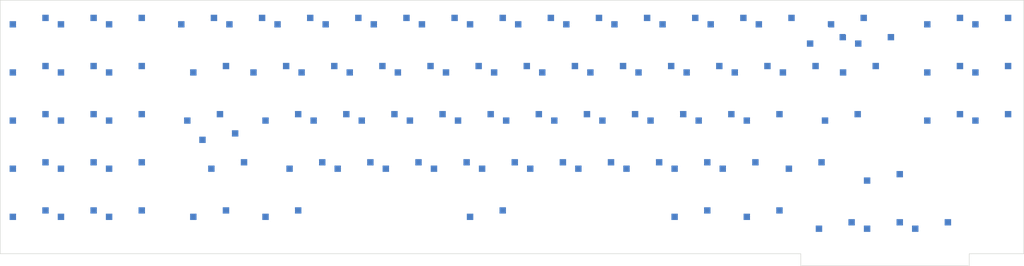
<source format=kicad_pcb>
(kicad_pcb (version 20211014) (generator pcbnew)
  (layers (0 "F.Cu" signal) (31 "B.Cu" signal) (34 "B.Paste" user) (35 "F.Paste" user) (36 "B.SilkS" user "B.Silkscreen") (37 "F.SilkS" user "F.Silkscreen") (38 "B.Mask" user) (39 "F.Mask" user) (44 "Edge.Cuts" user))
  (net 0 "")
  (footprint "MX_Only:MXOnly-1U-Hotswap" (layer "F.Cu") (at 165.1 69.85)
    (fp_text reference "REF**2")
    (fp_text value "1U")
    (pad "" np_thru_hole circle locked (at -3.81 -2.54) (size 3 3) (drill 3) (layers *.Cu *.Mask))
    (pad "" np_thru_hole circle locked (at 2.54 -5.08) (size 3 3) (drill 3) (layers *.Cu *.Mask))
    (pad "" np_thru_hole circle locked (at 5.08 0 48.0996) (size 1.75 1.75) (drill 1.75) (layers *.Cu *.Mask))
    (pad "" np_thru_hole circle locked (at 0 0) (size 3.9878 3.9878) (drill 3.9878) (layers *.Cu *.Mask))
    (pad "" np_thru_hole circle locked (at -5.08 0 48.0996) (size 1.75 1.75) (drill 1.75) (layers *.Cu *.Mask))
    (pad "1" smd rect locked (at -7.085 -2.54) (size 2.55 2.5) (layers "B.Cu" "B.Paste" "B.Mask"))
    (pad "2" smd rect locked (at 5.842 -5.08) (size 2.55 2.5) (layers "B.Cu" "B.Paste" "B.Mask"))
  )
  (footprint "MX_Only:MXOnly-1U-Hotswap" (layer "F.Cu") (at 69.85 88.9)
    (fp_text reference "REF**21")
    (fp_text value "1U")
    (pad "" np_thru_hole circle locked (at -5.08 0 48.0996) (size 1.75 1.75) (drill 1.75) (layers *.Cu *.Mask))
    (pad "" np_thru_hole circle locked (at -3.81 -2.54) (size 3 3) (drill 3) (layers *.Cu *.Mask))
    (pad "" np_thru_hole circle locked (at 2.54 -5.08) (size 3 3) (drill 3) (layers *.Cu *.Mask))
    (pad "" np_thru_hole circle locked (at 0 0) (size 3.9878 3.9878) (drill 3.9878) (layers *.Cu *.Mask))
    (pad "" np_thru_hole circle locked (at 5.08 0 48.0996) (size 1.75 1.75) (drill 1.75) (layers *.Cu *.Mask))
    (pad "1" smd rect locked (at -7.085 -2.54) (size 2.55 2.5) (layers "B.Cu" "B.Paste" "B.Mask"))
    (pad "2" smd rect locked (at 5.842 -5.08) (size 2.55 2.5) (layers "B.Cu" "B.Paste" "B.Mask"))
  )
  (footprint "MX_Only:MXOnly-1U-Hotswap" (layer "F.Cu") (at 412.75 50.8)
    (fp_text reference "REF**15")
    (fp_text value "1U")
    (pad "" np_thru_hole circle locked (at 0 0) (size 3.9878 3.9878) (drill 3.9878) (layers *.Cu *.Mask))
    (pad "" np_thru_hole circle locked (at 2.54 -5.08) (size 3 3) (drill 3) (layers *.Cu *.Mask))
    (pad "" np_thru_hole circle locked (at -3.81 -2.54) (size 3 3) (drill 3) (layers *.Cu *.Mask))
    (pad "" np_thru_hole circle locked (at 5.08 0 48.0996) (size 1.75 1.75) (drill 1.75) (layers *.Cu *.Mask))
    (pad "" np_thru_hole circle locked (at -5.08 0 48.0996) (size 1.75 1.75) (drill 1.75) (layers *.Cu *.Mask))
    (pad "1" smd rect locked (at -7.085 -2.54) (size 2.55 2.5) (layers "B.Cu" "B.Paste" "B.Mask"))
    (pad "2" smd rect locked (at 5.842 -5.08) (size 2.55 2.5) (layers "B.Cu" "B.Paste" "B.Mask"))
  )
  (footprint "MX_Only:MXOnly-1U-Hotswap" (layer "F.Cu") (at 69.85 50.8)
    (fp_text reference "REF**15")
    (fp_text value "1U")
    (pad "" np_thru_hole circle locked (at 2.54 -5.08) (size 3 3) (drill 3) (layers *.Cu *.Mask))
    (pad "" np_thru_hole circle locked (at -5.08 0 48.0996) (size 1.75 1.75) (drill 1.75) (layers *.Cu *.Mask))
    (pad "" np_thru_hole circle locked (at 5.08 0 48.0996) (size 1.75 1.75) (drill 1.75) (layers *.Cu *.Mask))
    (pad "" np_thru_hole circle locked (at -3.81 -2.54) (size 3 3) (drill 3) (layers *.Cu *.Mask))
    (pad "" np_thru_hole circle locked (at 0 0) (size 3.9878 3.9878) (drill 3.9878) (layers *.Cu *.Mask))
    (pad "1" smd rect locked (at -7.085 -2.54) (size 2.55 2.5) (layers "B.Cu" "B.Paste" "B.Mask"))
    (pad "2" smd rect locked (at 5.842 -5.08) (size 2.55 2.5) (layers "B.Cu" "B.Paste" "B.Mask"))
  )
  (footprint "MX_Only:MXOnly-1U-Hotswap" (layer "F.Cu") (at 155.575 50.8)
    (fp_text reference "REF**2")
    (fp_text value "1U")
    (pad "" np_thru_hole circle locked (at 5.08 0 48.0996) (size 1.75 1.75) (drill 1.75) (layers *.Cu *.Mask))
    (pad "" np_thru_hole circle locked (at 0 0) (size 3.9878 3.9878) (drill 3.9878) (layers *.Cu *.Mask))
    (pad "" np_thru_hole circle locked (at 2.54 -5.08) (size 3 3) (drill 3) (layers *.Cu *.Mask))
    (pad "" np_thru_hole circle locked (at -5.08 0 48.0996) (size 1.75 1.75) (drill 1.75) (layers *.Cu *.Mask))
    (pad "" np_thru_hole circle locked (at -3.81 -2.54) (size 3 3) (drill 3) (layers *.Cu *.Mask))
    (pad "1" smd rect locked (at -7.085 -2.54) (size 2.55 2.5) (layers "B.Cu" "B.Paste" "B.Mask"))
    (pad "2" smd rect locked (at 5.842 -5.08) (size 2.55 2.5) (layers "B.Cu" "B.Paste" "B.Mask"))
  )
  (footprint "MX_Only:MXOnly-1U-Hotswap" (layer "F.Cu") (at 50.8 50.8)
    (fp_text reference "REF**16")
    (fp_text value "1U")
    (pad "" np_thru_hole circle locked (at 5.08 0 48.0996) (size 1.75 1.75) (drill 1.75) (layers *.Cu *.Mask))
    (pad "" np_thru_hole circle locked (at 0 0) (size 3.9878 3.9878) (drill 3.9878) (layers *.Cu *.Mask))
    (pad "" np_thru_hole circle locked (at -5.08 0 48.0996) (size 1.75 1.75) (drill 1.75) (layers *.Cu *.Mask))
    (pad "" np_thru_hole circle locked (at -3.81 -2.54) (size 3 3) (drill 3) (layers *.Cu *.Mask))
    (pad "" np_thru_hole circle locked (at 2.54 -5.08) (size 3 3) (drill 3) (layers *.Cu *.Mask))
    (pad "1" smd rect locked (at -7.085 -2.54) (size 2.55 2.5) (layers "B.Cu" "B.Paste" "B.Mask"))
    (pad "2" smd rect locked (at 5.842 -5.08) (size 2.55 2.5) (layers "B.Cu" "B.Paste" "B.Mask"))
  )
  (footprint "MX_Only:MXOnly-1U-Hotswap" (layer "F.Cu") (at 317.5 69.85)
    (fp_text reference "REF**10")
    (fp_text value "1U")
    (pad "" np_thru_hole circle locked (at -5.08 0 48.0996) (size 1.75 1.75) (drill 1.75) (layers *.Cu *.Mask))
    (pad "" np_thru_hole circle locked (at -3.81 -2.54) (size 3 3) (drill 3) (layers *.Cu *.Mask))
    (pad "" np_thru_hole circle locked (at 0 0) (size 3.9878 3.9878) (drill 3.9878) (layers *.Cu *.Mask))
    (pad "" np_thru_hole circle locked (at 5.08 0 48.0996) (size 1.75 1.75) (drill 1.75) (layers *.Cu *.Mask))
    (pad "" np_thru_hole circle locked (at 2.54 -5.08) (size 3 3) (drill 3) (layers *.Cu *.Mask))
    (pad "1" smd rect locked (at -7.085 -2.54) (size 2.55 2.5) (layers "B.Cu" "B.Paste" "B.Mask"))
    (pad "2" smd rect locked (at 5.842 -5.08) (size 2.55 2.5) (layers "B.Cu" "B.Paste" "B.Mask"))
  )
  (footprint "MX_Only:MXOnly-1U-Hotswap" (layer "F.Cu") (at 288.925 50.8)
    (fp_text reference "REF**9")
    (fp_text value "1U")
    (pad "" np_thru_hole circle locked (at 2.54 -5.08) (size 3 3) (drill 3) (layers *.Cu *.Mask))
    (pad "" np_thru_hole circle locked (at 5.08 0 48.0996) (size 1.75 1.75) (drill 1.75) (layers *.Cu *.Mask))
    (pad "" np_thru_hole circle locked (at -5.08 0 48.0996) (size 1.75 1.75) (drill 1.75) (layers *.Cu *.Mask))
    (pad "" np_thru_hole circle locked (at -3.81 -2.54) (size 3 3) (drill 3) (layers *.Cu *.Mask))
    (pad "" np_thru_hole circle locked (at 0 0) (size 3.9878 3.9878) (drill 3.9878) (layers *.Cu *.Mask))
    (pad "1" smd rect locked (at -7.085 -2.54) (size 2.55 2.5) (layers "B.Cu" "B.Paste" "B.Mask"))
    (pad "2" smd rect locked (at 5.842 -5.08) (size 2.55 2.5) (layers "B.Cu" "B.Paste" "B.Mask"))
  )
  (footprint "MX_Only:MXOnly-1U-Hotswap" (layer "F.Cu") (at 255.5875 107.95)
    (fp_text reference "REF**6")
    (fp_text value "1U")
    (pad "" np_thru_hole circle locked (at 2.54 -5.08) (size 3 3) (drill 3) (layers *.Cu *.Mask))
    (pad "" np_thru_hole circle locked (at -3.81 -2.54) (size 3 3) (drill 3) (layers *.Cu *.Mask))
    (pad "" np_thru_hole circle locked (at 5.08 0 48.0996) (size 1.75 1.75) (drill 1.75) (layers *.Cu *.Mask))
    (pad "" np_thru_hole circle locked (at -5.08 0 48.0996) (size 1.75 1.75) (drill 1.75) (layers *.Cu *.Mask))
    (pad "" np_thru_hole circle locked (at 0 0) (size 3.9878 3.9878) (drill 3.9878) (layers *.Cu *.Mask))
    (pad "1" smd rect locked (at -7.085 -2.54) (size 2.55 2.5) (layers "B.Cu" "B.Paste" "B.Mask"))
    (pad "2" smd rect locked (at 5.842 -5.08) (size 2.55 2.5) (layers "B.Cu" "B.Paste" "B.Mask"))
  )
  (footprint "MX_Only:MXOnly-1.5U-Hotswap" (layer "F.Cu") (at 341.3125 127)
    (fp_text reference "REF**")
    (fp_text value "1U")
    (pad "" np_thru_hole circle locked (at 5.08 0 48.0996) (size 1.75 1.75) (drill 1.75) (layers *.Cu *.Mask))
    (pad "" np_thru_hole circle locked (at -5.08 0 48.0996) (size 1.75 1.75) (drill 1.75) (layers *.Cu *.Mask))
    (pad "" np_thru_hole circle locked (at 2.54 -5.08) (size 3 3) (drill 3) (layers *.Cu *.Mask))
    (pad "" np_thru_hole circle locked (at 0 0) (size 3.9878 3.9878) (drill 3.9878) (layers *.Cu *.Mask))
    (pad "" np_thru_hole circle locked (at -3.81 -2.54) (size 3 3) (drill 3) (layers *.Cu *.Mask))
    (pad "1" smd rect locked (at -7.085 -2.54) (size 2.55 2.5) (layers "B.Cu" "B.Paste" "B.Mask"))
    (pad "2" smd rect locked (at 5.842 -5.08) (size 2.55 2.5) (layers "B.Cu" "B.Paste" "B.Mask"))
  )
  (footprint "MX_Only:MXOnly-1U-Hotswap" (layer "F.Cu") (at 174.625 50.8)
    (fp_text reference "REF**3")
    (fp_text value "1U")
    (pad "" np_thru_hole circle locked (at 0 0) (size 3.9878 3.9878) (drill 3.9878) (layers *.Cu *.Mask))
    (pad "" np_thru_hole circle locked (at -5.08 0 48.0996) (size 1.75 1.75) (drill 1.75) (layers *.Cu *.Mask))
    (pad "" np_thru_hole circle locked (at -3.81 -2.54) (size 3 3) (drill 3) (layers *.Cu *.Mask))
    (pad "" np_thru_hole circle locked (at 5.08 0 48.0996) (size 1.75 1.75) (drill 1.75) (layers *.Cu *.Mask))
    (pad "" np_thru_hole circle locked (at 2.54 -5.08) (size 3 3) (drill 3) (layers *.Cu *.Mask))
    (pad "1" smd rect locked (at -7.085 -2.54) (size 2.55 2.5) (layers "B.Cu" "B.Paste" "B.Mask"))
    (pad "2" smd rect locked (at 5.842 -5.08) (size 2.55 2.5) (layers "B.Cu" "B.Paste" "B.Mask"))
  )
  (footprint "MX_Only:MXOnly-1U-Hotswap" (layer "F.Cu") (at 269.875 50.8)
    (fp_text reference "REF**8")
    (fp_text value "1U")
    (pad "" np_thru_hole circle locked (at 2.54 -5.08) (size 3 3) (drill 3) (layers *.Cu *.Mask))
    (pad "" np_thru_hole circle locked (at 5.08 0 48.0996) (size 1.75 1.75) (drill 1.75) (layers *.Cu *.Mask))
    (pad "" np_thru_hole circle locked (at -5.08 0 48.0996) (size 1.75 1.75) (drill 1.75) (layers *.Cu *.Mask))
    (pad "" np_thru_hole circle locked (at -3.81 -2.54) (size 3 3) (drill 3) (layers *.Cu *.Mask))
    (pad "" np_thru_hole circle locked (at 0 0) (size 3.9878 3.9878) (drill 3.9878) (layers *.Cu *.Mask))
    (pad "1" smd rect locked (at -7.085 -2.54) (size 2.55 2.5) (layers "B.Cu" "B.Paste" "B.Mask"))
    (pad "2" smd rect locked (at 5.842 -5.08) (size 2.55 2.5) (layers "B.Cu" "B.Paste" "B.Mask"))
  )
  (footprint "MX_Only:MXOnly-1U-Hotswap" (layer "F.Cu") (at 384.175 50.8 180)
    (fp_text reference "REF**14")
    (fp_text value "1U")
    (pad "" np_thru_hole circle locked (at -5.08 0 228.0996) (size 1.75 1.75) (drill 1.75) (layers *.Cu *.Mask))
    (pad "" np_thru_hole circle locked (at 5.08 0 228.0996) (size 1.75 1.75) (drill 1.75) (layers *.Cu *.Mask))
    (pad "" np_thru_hole circle locked (at -3.81 -2.54 180) (size 3 3) (drill 3) (layers *.Cu *.Mask))
    (pad "" np_thru_hole circle locked (at 0 0 180) (size 3.9878 3.9878) (drill 3.9878) (layers *.Cu *.Mask))
    (pad "" np_thru_hole circle locked (at 2.54 -5.08 180) (size 3 3) (drill 3) (layers *.Cu *.Mask))
    (pad "1" smd rect locked (at -7.085 -2.54 180) (size 2.55 2.5) (layers "B.Cu" "B.Paste" "B.Mask"))
    (pad "2" smd rect locked (at 5.842 -5.08 180) (size 2.55 2.5) (layers "B.Cu" "B.Paste" "B.Mask"))
  )
  (footprint "MX_Only:MXOnly-2U-Hotswap" (layer "F.Cu") (at 374.65 50.8)
    (fp_text reference "REF**")
    (fp_text value "2U")
    (pad "" np_thru_hole circle locked (at -11.938 8.255) (size 3.9878 3.9878) (drill 3.9878) (layers *.Cu *.Mask))
    (pad "" np_thru_hole circle locked (at 5.08 0 48.0996) (size 1.75 1.75) (drill 1.75) (layers *.Cu *.Mask))
    (pad "" np_thru_hole circle locked (at 2.54 -5.08) (size 3 3) (drill 3) (layers *.Cu *.Mask))
    (pad "" np_thru_hole circle locked (at -3.81 -2.54) (size 3 3) (drill 3) (layers *.Cu *.Mask))
    (pad "" np_thru_hole circle locked (at 0 0) (size 3.9878 3.9878) (drill 3.9878) (layers *.Cu *.Mask))
    (pad "" np_thru_hole circle locked (at 11.938 -6.985) (size 3.048 3.048) (drill 3.048) (layers *.Cu *.Mask))
    (pad "" np_thru_hole circle locked (at -11.938 -6.985) (size 3.048 3.048) (drill 3.048) (layers *.Cu *.Mask))
    (pad "" np_thru_hole circle locked (at -5.08 0 48.0996) (size 1.75 1.75) (drill 1.75) (layers *.Cu *.Mask))
    (pad "" np_thru_hole circle locked (at 11.938 8.255) (size 3.9878 3.9878) (drill 3.9878) (layers *.Cu *.Mask))
    (pad "1" smd rect locked (at -7.085 -2.54) (size 2.55 2.5) (layers "B.Cu" "B.Paste" "B.Mask"))
    (pad "2" smd rect locked (at 5.842 -5.08) (size 2.55 2.5) (layers "B.Cu" "B.Paste" "B.Mask"))
  )
  (footprint "MX_Only:MXOnly-1.5U-Hotswap" (layer "F.Cu") (at 379.4125 69.85)
    (fp_text reference "REF**13")
    (fp_text value "1U")
    (pad "" np_thru_hole circle locked (at 0 0) (size 3.9878 3.9878) (drill 3.9878) (layers *.Cu *.Mask))
    (pad "" np_thru_hole circle locked (at 2.54 -5.08) (size 3 3) (drill 3) (layers *.Cu *.Mask))
    (pad "" np_thru_hole circle locked (at -3.81 -2.54) (size 3 3) (drill 3) (layers *.Cu *.Mask))
    (pad "" np_thru_hole circle locked (at 5.08 0 48.0996) (size 1.75 1.75) (drill 1.75) (layers *.Cu *.Mask))
    (pad "" np_thru_hole circle locked (at -5.08 0 48.0996) (size 1.75 1.75) (drill 1.75) (layers *.Cu *.Mask))
    (pad "1" smd rect locked (at -7.085 -2.54) (size 2.55 2.5) (layers "B.Cu" "B.Paste" "B.Mask"))
    (pad "2" smd rect locked (at 5.842 -5.08) (size 2.55 2.5) (layers "B.Cu" "B.Paste" "B.Mask"))
  )
  (footprint "MX_Only:MXOnly-1U-Hotswap" (layer "F.Cu") (at 303.2125 88.9)
    (fp_text reference "REF**9")
    (fp_text value "1U")
    (pad "" np_thru_hole circle locked (at -5.08 0 48.0996) (size 1.75 1.75) (drill 1.75) (layers *.Cu *.Mask))
    (pad "" np_thru_hole circle locked (at 0 0) (size 3.9878 3.9878) (drill 3.9878) (layers *.Cu *.Mask))
    (pad "" np_thru_hole circle locked (at 5.08 0 48.0996) (size 1.75 1.75) (drill 1.75) (layers *.Cu *.Mask))
    (pad "" np_thru_hole circle locked (at 2.54 -5.08) (size 3 3) (drill 3) (layers *.Cu *.Mask))
    (pad "" np_thru_hole circle locked (at -3.81 -2.54) (size 3 3) (drill 3) (layers *.Cu *.Mask))
    (pad "1" smd rect locked (at -7.085 -2.54) (size 2.55 2.5) (layers "B.Cu" "B.Paste" "B.Mask"))
    (pad "2" smd rect locked (at 5.842 -5.08) (size 2.55 2.5) (layers "B.Cu" "B.Paste" "B.Mask"))
  )
  (footprint "MX_Only:MXOnly-2.25U-Hotswap" (layer "F.Cu") (at 372.26875 88.9)
    (fp_text reference "REF**")
    (fp_text value "1U")
    (pad "" np_thru_hole circle locked (at -5.08 0 48.0996) (size 1.75 1.75) (drill 1.75) (layers *.Cu *.Mask))
    (pad "" np_thru_hole circle locked (at 0 0) (size 3.9878 3.9878) (drill 3.9878) (layers *.Cu *.Mask))
    (pad "" np_thru_hole circle locked (at 5.08 0 48.0996) (size 1.75 1.75) (drill 1.75) (layers *.Cu *.Mask))
    (pad "" np_thru_hole circle locked (at -11.938 8.255) (size 3.9878 3.9878) (drill 3.9878) (layers *.Cu *.Mask))
    (pad "" np_thru_hole circle locked (at 11.938 -6.985) (size 3.048 3.048) (drill 3.048) (layers *.Cu *.Mask))
    (pad "" np_thru_hole circle locked (at 11.938 8.255) (size 3.9878 3.9878) (drill 3.9878) (layers *.Cu *.Mask))
    (pad "" np_thru_hole circle locked (at 2.54 -5.08) (size 3 3) (drill 3) (layers *.Cu *.Mask))
    (pad "" np_thru_hole circle locked (at -11.938 -6.985) (size 3.048 3.048) (drill 3.048) (layers *.Cu *.Mask))
    (pad "" np_thru_hole circle locked (at -3.81 -2.54) (size 3 3) (drill 3) (layers *.Cu *.Mask))
    (pad "1" smd rect locked (at -7.085 -2.54) (size 2.55 2.5) (layers "B.Cu" "B.Paste" "B.Mask"))
    (pad "2" smd rect locked (at 5.842 -5.08) (size 2.55 2.5) (layers "B.Cu" "B.Paste" "B.Mask"))
  )
  (footprint "MX_Only:MXOnly-1U-Hotswap" (layer "F.Cu") (at 336.55 69.85)
    (fp_text reference "REF**11")
    (fp_text value "1U")
    (pad "" np_thru_hole circle locked (at 5.08 0 48.0996) (size 1.75 1.75) (drill 1.75) (layers *.Cu *.Mask))
    (pad "" np_thru_hole circle locked (at -5.08 0 48.0996) (size 1.75 1.75) (drill 1.75) (layers *.Cu *.Mask))
    (pad "" np_thru_hole circle locked (at -3.81 -2.54) (size 3 3) (drill 3) (layers *.Cu *.Mask))
    (pad "" np_thru_hole circle locked (at 0 0) (size 3.9878 3.9878) (drill 3.9878) (layers *.Cu *.Mask))
    (pad "" np_thru_hole circle locked (at 2.54 -5.08) (size 3 3) (drill 3) (layers *.Cu *.Mask))
    (pad "1" smd rect locked (at -7.085 -2.54) (size 2.55 2.5) (layers "B.Cu" "B.Paste" "B.Mask"))
    (pad "2" smd rect locked (at 5.842 -5.08) (size 2.55 2.5) (layers "B.Cu" "B.Paste" "B.Mask"))
  )
  (footprint "MX_Only:MXOnly-1U-Hotswap" (layer "F.Cu") (at 207.9625 88.9)
    (fp_text reference "REF**4")
    (fp_text value "1U")
    (pad "" np_thru_hole circle locked (at -5.08 0 48.0996) (size 1.75 1.75) (drill 1.75) (layers *.Cu *.Mask))
    (pad "" np_thru_hole circle locked (at 5.08 0 48.0996) (size 1.75 1.75) (drill 1.75) (layers *.Cu *.Mask))
    (pad "" np_thru_hole circle locked (at 0 0) (size 3.9878 3.9878) (drill 3.9878) (layers *.Cu *.Mask))
    (pad "" np_thru_hole circle locked (at -3.81 -2.54) (size 3 3) (drill 3) (layers *.Cu *.Mask))
    (pad "" np_thru_hole circle locked (at 2.54 -5.08) (size 3 3) (drill 3) (layers *.Cu *.Mask))
    (pad "1" smd rect locked (at -7.085 -2.54) (size 2.55 2.5) (layers "B.Cu" "B.Paste" "B.Mask"))
    (pad "2" smd rect locked (at 5.842 -5.08) (size 2.55 2.5) (layers "B.Cu" "B.Paste" "B.Mask"))
  )
  (footprint "MX_Only:MXOnly-1U-Hotswap" (layer "F.Cu") (at 188.9125 88.9)
    (fp_text reference "REF**3")
    (fp_text value "1U")
    (pad "" np_thru_hole circle locked (at -5.08 0 48.0996) (size 1.75 1.75) (drill 1.75) (layers *.Cu *.Mask))
    (pad "" np_thru_hole circle locked (at 5.08 0 48.0996) (size 1.75 1.75) (drill 1.75) (layers *.Cu *.Mask))
    (pad "" np_thru_hole circle locked (at -3.81 -2.54) (size 3 3) (drill 3) (layers *.Cu *.Mask))
    (pad "" np_thru_hole circle locked (at 2.54 -5.08) (size 3 3) (drill 3) (layers *.Cu *.Mask))
    (pad "" np_thru_hole circle locked (at 0 0) (size 3.9878 3.9878) (drill 3.9878) (layers *.Cu *.Mask))
    (pad "1" smd rect locked (at -7.085 -2.54) (size 2.55 2.5) (layers "B.Cu" "B.Paste" "B.Mask"))
    (pad "2" smd rect locked (at 5.842 -5.08) (size 2.55 2.5) (layers "B.Cu" "B.Paste" "B.Mask"))
  )
  (footprint "MX_Only:MXOnly-1U-Hotswap" (layer "F.Cu") (at 279.4 69.85)
    (fp_text reference "REF**8")
    (fp_text value "1U")
    (pad "" np_thru_hole circle locked (at 2.54 -5.08) (size 3 3) (drill 3) (layers *.Cu *.Mask))
    (pad "" np_thru_hole circle locked (at -3.81 -2.54) (size 3 3) (drill 3) (layers *.Cu *.Mask))
    (pad "" np_thru_hole circle locked (at -5.08 0 48.0996) (size 1.75 1.75) (drill 1.75) (layers *.Cu *.Mask))
    (pad "" np_thru_hole circle locked (at 5.08 0 48.0996) (size 1.75 1.75) (drill 1.75) (layers *.Cu *.Mask))
    (pad "" np_thru_hole circle locked (at 0 0) (size 3.9878 3.9878) (drill 3.9878) (layers *.Cu *.Mask))
    (pad "1" smd rect locked (at -7.085 -2.54) (size 2.55 2.5) (layers "B.Cu" "B.Paste" "B.Mask"))
    (pad "2" smd rect locked (at 5.842 -5.08) (size 2.55 2.5) (layers "B.Cu" "B.Paste" "B.Mask"))
  )
  (footprint "MX_Only:MXOnly-1U-Hotswap" (layer "F.Cu") (at 260.35 69.85)
    (fp_text reference "REF**7")
    (fp_text value "1U")
    (pad "" np_thru_hole circle locked (at -5.08 0 48.0996) (size 1.75 1.75) (drill 1.75) (layers *.Cu *.Mask))
    (pad "" np_thru_hole circle locked (at -3.81 -2.54) (size 3 3) (drill 3) (layers *.Cu *.Mask))
    (pad "" np_thru_hole circle locked (at 0 0) (size 3.9878 3.9878) (drill 3.9878) (layers *.Cu *.Mask))
    (pad "" np_thru_hole circle locked (at 5.08 0 48.0996) (size 1.75 1.75) (drill 1.75) (layers *.Cu *.Mask))
    (pad "" np_thru_hole circle locked (at 2.54 -5.08) (size 3 3) (drill 3) (layers *.Cu *.Mask))
    (pad "1" smd rect locked (at -7.085 -2.54) (size 2.55 2.5) (layers "B.Cu" "B.Paste" "B.Mask"))
    (pad "2" smd rect locked (at 5.842 -5.08) (size 2.55 2.5) (layers "B.Cu" "B.Paste" "B.Mask"))
  )
  (footprint "MX_Only:MXOnly-1U-Hotswap" (layer "F.Cu") (at 212.725 50.8)
    (fp_text reference "REF**5")
    (fp_text value "1U")
    (pad "" np_thru_hole circle locked (at 0 0) (size 3.9878 3.9878) (drill 3.9878) (layers *.Cu *.Mask))
    (pad "" np_thru_hole circle locked (at 2.54 -5.08) (size 3 3) (drill 3) (layers *.Cu *.Mask))
    (pad "" np_thru_hole circle locked (at -5.08 0 48.0996) (size 1.75 1.75) (drill 1.75) (layers *.Cu *.Mask))
    (pad "" np_thru_hole circle locked (at -3.81 -2.54) (size 3 3) (drill 3) (layers *.Cu *.Mask))
    (pad "" np_thru_hole circle locked (at 5.08 0 48.0996) (size 1.75 1.75) (drill 1.75) (layers *.Cu *.Mask))
    (pad "1" smd rect locked (at -7.085 -2.54) (size 2.55 2.5) (layers "B.Cu" "B.Paste" "B.Mask"))
    (pad "2" smd rect locked (at 5.842 -5.08) (size 2.55 2.5) (layers "B.Cu" "B.Paste" "B.Mask"))
  )
  (footprint "MX_Only:MXOnly-1.5U-Hotswap" (layer "F.Cu") (at 150.8125 127)
    (fp_text reference "REF**")
    (fp_text value "1U")
    (pad "" np_thru_hole circle locked (at 5.08 0 48.0996) (size 1.75 1.75) (drill 1.75) (layers *.Cu *.Mask))
    (pad "" np_thru_hole circle locked (at 2.54 -5.08) (size 3 3) (drill 3) (layers *.Cu *.Mask))
    (pad "" np_thru_hole circle locked (at 0 0) (size 3.9878 3.9878) (drill 3.9878) (layers *.Cu *.Mask))
    (pad "" np_thru_hole circle locked (at -5.08 0 48.0996) (size 1.75 1.75) (drill 1.75) (layers *.Cu *.Mask))
    (pad "" np_thru_hole circle locked (at -3.81 -2.54) (size 3 3) (drill 3) (layers *.Cu *.Mask))
    (pad "1" smd rect locked (at -7.085 -2.54) (size 2.55 2.5) (layers "B.Cu" "B.Paste" "B.Mask"))
    (pad "2" smd rect locked (at 5.842 -5.08) (size 2.55 2.5) (layers "B.Cu" "B.Paste" "B.Mask"))
  )
  (footprint "MX_Only:MXOnly-1U-Hotswap" (layer "F.Cu") (at 88.9 69.85)
    (fp_text reference "REF**17")
    (fp_text value "1U")
    (pad "" np_thru_hole circle locked (at 5.08 0 48.0996) (size 1.75 1.75) (drill 1.75) (layers *.Cu *.Mask))
    (pad "" np_thru_hole circle locked (at -3.81 -2.54) (size 3 3) (drill 3) (layers *.Cu *.Mask))
    (pad "" np_thru_hole circle locked (at 2.54 -5.08) (size 3 3) (drill 3) (layers *.Cu *.Mask))
    (pad "" np_thru_hole circle locked (at 0 0) (size 3.9878 3.9878) (drill 3.9878) (layers *.Cu *.Mask))
    (pad "" np_thru_hole circle locked (at -5.08 0 48.0996) (size 1.75 1.75) (drill 1.75) (layers *.Cu *.Mask))
    (pad "1" smd rect locked (at -7.085 -2.54) (size 2.55 2.5) (layers "B.Cu" "B.Paste" "B.Mask"))
    (pad "2" smd rect locked (at 5.842 -5.08) (size 2.55 2.5) (layers "B.Cu" "B.Paste" "B.Mask"))
  )
  (footprint "MX_Only:MXOnly-1U-Hotswap" (layer "F.Cu") (at 117.475 50.8)
    (fp_text reference "REF**")
    (fp_text value "1U")
    (pad "" np_thru_hole circle locked (at 0 0) (size 3.9878 3.9878) (drill 3.9878) (layers *.Cu *.Mask))
    (pad "" np_thru_hole circle locked (at -3.81 -2.54) (size 3 3) (drill 3) (layers *.Cu *.Mask))
    (pad "" np_thru_hole circle locked (at 5.08 0 48.0996) (size 1.75 1.75) (drill 1.75) (layers *.Cu *.Mask))
    (pad "" np_thru_hole circle locked (at -5.08 0 48.0996) (size 1.75 1.75) (drill 1.75) (layers *.Cu *.Mask))
    (pad "" np_thru_hole circle locked (at 2.54 -5.08) (size 3 3) (drill 3) (layers *.Cu *.Mask))
    (pad "1" smd rect locked (at -7.085 -2.54) (size 2.55 2.5) (layers "B.Cu" "B.Paste" "B.Mask"))
    (pad "2" smd rect locked (at 5.842 -5.08) (size 2.55 2.5) (layers "B.Cu" "B.Paste" "B.Mask"))
  )
  (footprint "MX_Only:MXOnly-1U-Hotswap" (layer "F.Cu") (at 341.3125 88.9)
    (fp_text reference "REF**11")
    (fp_text value "1U")
    (pad "" np_thru_hole circle locked (at 0 0) (size 3.9878 3.9878) (drill 3.9878) (layers *.Cu *.Mask))
    (pad "" np_thru_hole circle locked (at -3.81 -2.54) (size 3 3) (drill 3) (layers *.Cu *.Mask))
    (pad "" np_thru_hole circle locked (at 2.54 -5.08) (size 3 3) (drill 3) (layers *.Cu *.Mask))
    (pad "" np_thru_hole circle locked (at 5.08 0 48.0996) (size 1.75 1.75) (drill 1.75) (layers *.Cu *.Mask))
    (pad "" np_thru_hole circle locked (at -5.08 0 48.0996) (size 1.75 1.75) (drill 1.75) (layers *.Cu *.Mask))
    (pad "1" smd rect locked (at -7.085 -2.54) (size 2.55 2.5) (layers "B.Cu" "B.Paste" "B.Mask"))
    (pad "2" smd rect locked (at 5.842 -5.08) (size 2.55 2.5) (layers "B.Cu" "B.Paste" "B.Mask"))
  )
  (footprint "MX_Only:MXOnly-1U-Hotswap" (layer "F.Cu") (at 265.1125 88.9)
    (fp_text reference "REF**7")
    (fp_text value "1U")
    (pad "" np_thru_hole circle locked (at -5.08 0 48.0996) (size 1.75 1.75) (drill 1.75) (layers *.Cu *.Mask))
    (pad "" np_thru_hole circle locked (at 5.08 0 48.0996) (size 1.75 1.75) (drill 1.75) (layers *.Cu *.Mask))
    (pad "" np_thru_hole circle locked (at 2.54 -5.08) (size 3 3) (drill 3) (layers *.Cu *.Mask))
    (pad "" np_thru_hole circle locked (at -3.81 -2.54) (size 3 3) (drill 3) (layers *.Cu *.Mask))
    (pad "" np_thru_hole circle locked (at 0 0) (size 3.9878 3.9878) (drill 3.9878) (layers *.Cu *.Mask))
    (pad "1" smd rect locked (at -7.085 -2.54) (size 2.55 2.5) (layers "B.Cu" "B.Paste" "B.Mask"))
    (pad "2" smd rect locked (at 5.842 -5.08) (size 2.55 2.5) (layers "B.Cu" "B.Paste" "B.Mask"))
  )
  (footprint "MX_Only:MXOnly-1U-Hotswap" (layer "F.Cu") (at 203.2 69.85)
    (fp_text reference "REF**4")
    (fp_text value "1U")
    (pad "" np_thru_hole circle locked (at -3.81 -2.54) (size 3 3) (drill 3) (layers *.Cu *.Mask))
    (pad "" np_thru_hole circle locked (at -5.08 0 48.0996) (size 1.75 1.75) (drill 1.75) (layers *.Cu *.Mask))
    (pad "" np_thru_hole circle locked (at 5.08 0 48.0996) (size 1.75 1.75) (drill 1.75) (layers *.Cu *.Mask))
    (pad "" np_thru_hole circle locked (at 0 0) (size 3.9878 3.9878) (drill 3.9878) (layers *.Cu *.Mask))
    (pad "" np_thru_hole circle locked (at 2.54 -5.08) (size 3 3) (drill 3) (layers *.Cu *.Mask))
    (pad "1" smd rect locked (at -7.085 -2.54) (size 2.55 2.5) (layers "B.Cu" "B.Paste" "B.Mask"))
    (pad "2" smd rect locked (at 5.842 -5.08) (size 2.55 2.5) (layers "B.Cu" "B.Paste" "B.Mask"))
  )
  (footprint "MX_Only:MXOnly-1.5U-Hotswap" (layer "F.Cu") (at 312.7375 127)
    (fp_text reference "REF**")
    (fp_text value "1U")
    (pad "" np_thru_hole circle locked (at -5.08 0 48.0996) (size 1.75 1.75) (drill 1.75) (layers *.Cu *.Mask))
    (pad "" np_thru_hole circle locked (at 0 0) (size 3.9878 3.9878) (drill 3.9878) (layers *.Cu *.Mask))
    (pad "" np_thru_hole circle locked (at 5.08 0 48.0996) (size 1.75 1.75) (drill 1.75) (layers *.Cu *.Mask))
    (pad "" np_thru_hole circle locked (at -3.81 -2.54) (size 3 3) (drill 3) (layers *.Cu *.Mask))
    (pad "" np_thru_hole circle locked (at 2.54 -5.08) (size 3 3) (drill 3) (layers *.Cu *.Mask))
    (pad "1" smd rect locked (at -7.085 -2.54) (size 2.55 2.5) (layers "B.Cu" "B.Paste" "B.Mask"))
    (pad "2" smd rect locked (at 5.842 -5.08) (size 2.55 2.5) (layers "B.Cu" "B.Paste" "B.Mask"))
  )
  (footprint "MX_Only:MXOnly-1U-Hotswap" (layer "F.Cu") (at 169.8625 88.9)
    (fp_text reference "REF**2")
    (fp_text value "1U")
    (pad "" np_thru_hole circle locked (at -3.81 -2.54) (size 3 3) (drill 3) (layers *.Cu *.Mask))
    (pad "" np_thru_hole circle locked (at 5.08 0 48.0996) (size 1.75 1.75) (drill 1.75) (layers *.Cu *.Mask))
    (pad "" np_thru_hole circle locked (at 0 0) (size 3.9878 3.9878) (drill 3.9878) (layers *.Cu *.Mask))
    (pad "" np_thru_hole circle locked (at 2.54 -5.08) (size 3 3) (drill 3) (layers *.Cu *.Mask))
    (pad "" np_thru_hole circle locked (at -5.08 0 48.0996) (size 1.75 1.75) (drill 1.75) (layers *.Cu *.Mask))
    (pad "1" smd rect locked (at -7.085 -2.54) (size 2.55 2.5) (layers "B.Cu" "B.Paste" "B.Mask"))
    (pad "2" smd rect locked (at 5.842 -5.08) (size 2.55 2.5) (layers "B.Cu" "B.Paste" "B.Mask"))
  )
  (footprint "MX_Only:MXOnly-1U-Hotswap" (layer "F.Cu") (at 193.675 50.8)
    (fp_text reference "REF**4")
    (fp_text value "1U")
    (pad "" np_thru_hole circle locked (at 5.08 0 48.0996) (size 1.75 1.75) (drill 1.75) (layers *.Cu *.Mask))
    (pad "" np_thru_hole circle locked (at -5.08 0 48.0996) (size 1.75 1.75) (drill 1.75) (layers *.Cu *.Mask))
    (pad "" np_thru_hole circle locked (at 0 0) (size 3.9878 3.9878) (drill 3.9878) (layers *.Cu *.Mask))
    (pad "" np_thru_hole circle locked (at -3.81 -2.54) (size 3 3) (drill 3) (layers *.Cu *.Mask))
    (pad "" np_thru_hole circle locked (at 2.54 -5.08) (size 3 3) (drill 3) (layers *.Cu *.Mask))
    (pad "1" smd rect locked (at -7.085 -2.54) (size 2.55 2.5) (layers "B.Cu" "B.Paste" "B.Mask"))
    (pad "2" smd rect locked (at 5.842 -5.08) (size 2.55 2.5) (layers "B.Cu" "B.Paste" "B.Mask"))
  )
  (footprint "MX_Only:MXOnly-1U-Hotswap" (layer "F.Cu") (at 388.9248 112.649)
    (fp_text reference "REF**21")
    (fp_text value "1U")
    (pad "" np_thru_hole circle locked (at 5.08 0 48.0996) (size 1.75 1.75) (drill 1.75) (layers *.Cu *.Mask))
    (pad "" np_thru_hole circle locked (at -5.08 0 48.0996) (size 1.75 1.75) (drill 1.75) (layers *.Cu *.Mask))
    (pad "" np_thru_hole circle locked (at 0 0) (size 3.9878 3.9878) (drill 3.9878) (layers *.Cu *.Mask))
    (pad "" np_thru_hole circle locked (at -3.81 -2.54) (size 3 3) (drill 3) (layers *.Cu *.Mask))
    (pad "" np_thru_hole circle locked (at 2.54 -5.08) (size 3 3) (drill 3) (layers *.Cu *.Mask))
    (pad "1" smd rect locked (at -7.085 -2.54) (size 2.55 2.5) (layers "B.Cu" "B.Paste" "B.Mask"))
    (pad "2" smd rect locked (at 5.842 -5.08) (size 2.55 2.5) (layers "B.Cu" "B.Paste" "B.Mask"))
  )
  (footprint "MX_Only:MXOnly-1U-Hotswap" (layer "F.Cu") (at 388.9248 131.699)
    (fp_text reference "REF**21")
    (fp_text value "1U")
    (pad "" np_thru_hole circle locked (at 2.54 -5.08) (size 3 3) (drill 3) (layers *.Cu *.Mask))
    (pad "" np_thru_hole circle locked (at -3.81 -2.54) (size 3 3) (drill 3) (layers *.Cu *.Mask))
    (pad "" np_thru_hole circle locked (at 5.08 0 48.0996) (size 1.75 1.75) (drill 1.75) (layers *.Cu *.Mask))
    (pad "" np_thru_hole circle locked (at 0 0) (size 3.9878 3.9878) (drill 3.9878) (layers *.Cu *.Mask))
    (pad "" np_thru_hole circle locked (at -5.08 0 48.0996) (size 1.75 1.75) (drill 1.75) (layers *.Cu *.Mask))
    (pad "1" smd rect locked (at -7.085 -2.54) (size 2.55 2.5) (layers "B.Cu" "B.Paste" "B.Mask"))
    (pad "2" smd rect locked (at 5.842 -5.08) (size 2.55 2.5) (layers "B.Cu" "B.Paste" "B.Mask"))
  )
  (footprint "MX_Only:MXOnly-1U-Hotswap" (layer "F.Cu") (at 250.825 50.8)
    (fp_text reference "REF**7")
    (fp_text value "1U")
    (pad "" np_thru_hole circle locked (at -5.08 0 48.0996) (size 1.75 1.75) (drill 1.75) (layers *.Cu *.Mask))
    (pad "" np_thru_hole circle locked (at -3.81 -2.54) (size 3 3) (drill 3) (layers *.Cu *.Mask))
    (pad "" np_thru_hole circle locked (at 2.54 -5.08) (size 3 3) (drill 3) (layers *.Cu *.Mask))
    (pad "" np_thru_hole circle locked (at 0 0) (size 3.9878 3.9878) (drill 3.9878) (layers *.Cu *.Mask))
    (pad "" np_thru_hole circle locked (at 5.08 0 48.0996) (size 1.75 1.75) (drill 1.75) (layers *.Cu *.Mask))
    (pad "1" smd rect locked (at -7.085 -2.54) (size 2.55 2.5) (layers "B.Cu" "B.Paste" "B.Mask"))
    (pad "2" smd rect locked (at 5.842 -5.08) (size 2.55 2.5) (layers "B.Cu" "B.Paste" "B.Mask"))
  )
  (footprint "MX_Only:MXOnly-1U-Hotswap" (layer "F.Cu") (at 412.75 88.9)
    (fp_text reference "REF**21")
    (fp_text value "1U")
    (pad "" np_thru_hole circle locked (at -3.81 -2.54) (size 3 3) (drill 3) (layers *.Cu *.Mask))
    (pad "" np_thru_hole circle locked (at 5.08 0 48.0996) (size 1.75 1.75) (drill 1.75) (layers *.Cu *.Mask))
    (pad "" np_thru_hole circle locked (at 2.54 -5.08) (size 3 3) (drill 3) (layers *.Cu *.Mask))
    (pad "" np_thru_hole circle locked (at 0 0) (size 3.9878 3.9878) (drill 3.9878) (layers *.Cu *.Mask))
    (pad "" np_thru_hole circle locked (at -5.08 0 48.0996) (size 1.75 1.75) (drill 1.75) (layers *.Cu *.Mask))
    (pad "1" smd rect locked (at -7.085 -2.54) (size 2.55 2.5) (layers "B.Cu" "B.Paste" "B.Mask"))
    (pad "2" smd rect locked (at 5.842 -5.08) (size 2.55 2.5) (layers "B.Cu" "B.Paste" "B.Mask"))
  )
  (footprint "MX_Only:MXOnly-1U-Hotswap" (layer "F.Cu") (at 88.9 50.8)
    (fp_text reference "REF**")
    (fp_text value "1U")
    (pad "" np_thru_hole circle locked (at 2.54 -5.08) (size 3 3) (drill 3) (layers *.Cu *.Mask))
    (pad "" np_thru_hole circle locked (at -3.81 -2.54) (size 3 3) (drill 3) (layers *.Cu *.Mask))
    (pad "" np_thru_hole circle locked (at -5.08 0 48.0996) (size 1.75 1.75) (drill 1.75) (layers *.Cu *.Mask))
    (pad "" np_thru_hole circle locked (at 5.08 0 48.0996) (size 1.75 1.75) (drill 1.75) (layers *.Cu *.Mask))
    (pad "" np_thru_hole circle locked (at 0 0) (size 3.9878 3.9878) (drill 3.9878) (layers *.Cu *.Mask))
    (pad "1" smd rect locked (at -7.085 -2.54) (size 2.55 2.5) (layers "B.Cu" "B.Paste" "B.Mask"))
    (pad "2" smd rect locked (at 5.842 -5.08) (size 2.55 2.5) (layers "B.Cu" "B.Paste" "B.Mask"))
  )
  (footprint "MX_Only:MXOnly-1.75U-Hotswap" (layer "F.Cu") (at 124.61875 88.9 180)
    (fp_text reference "REF**")
    (fp_text value "1U")
    (pad "" np_thru_hole circle locked (at 0 0 180) (size 3.9878 3.9878) (drill 3.9878) (layers *.Cu *.Mask))
    (pad "" np_thru_hole circle locked (at 2.54 -5.08 180) (size 3 3) (drill 3) (layers *.Cu *.Mask))
    (pad "" np_thru_hole circle locked (at 5.08 0 228.0996) (size 1.75 1.75) (drill 1.75) (layers *.Cu *.Mask))
    (pad "" np_thru_hole circle locked (at -3.81 -2.54 180) (size 3 3) (drill 3) (layers *.Cu *.Mask))
    (pad "" np_thru_hole circle locked (at -5.08 0 228.0996) (size 1.75 1.75) (drill 1.75) (layers *.Cu *.Mask))
    (pad "1" smd rect locked (at -7.085 -2.54 180) (size 2.55 2.5) (layers "B.Cu" "B.Paste" "B.Mask"))
    (pad "2" smd rect locked (at 5.842 -5.08 180) (size 2.55 2.5) (layers "B.Cu" "B.Paste" "B.Mask"))
  )
  (footprint "MX_Only:MXOnly-1U-Hotswap" (layer "F.Cu") (at 369.8748 131.699)
    (fp_text reference "REF**21")
    (fp_text value "1U")
    (pad "" np_thru_hole circle locked (at -3.81 -2.54) (size 3 3) (drill 3) (layers *.Cu *.Mask))
    (pad "" np_thru_hole circle locked (at 0 0) (size 3.9878 3.9878) (drill 3.9878) (layers *.Cu *.Mask))
    (pad "" np_thru_hole circle locked (at 2.54 -5.08) (size 3 3) (drill 3) (layers *.Cu *.Mask))
    (pad "" np_thru_hole circle locked (at -5.08 0 48.0996) (size 1.75 1.75) (drill 1.75) (layers *.Cu *.Mask))
    (pad "" np_thru_hole circle locked (at 5.08 0 48.0996) (size 1.75 1.75) (drill 1.75) (layers *.Cu *.Mask))
    (pad "1" smd rect locked (at -7.085 -2.54) (size 2.55 2.5) (layers "B.Cu" "B.Paste" "B.Mask"))
    (pad "2" smd rect locked (at 5.842 -5.08) (size 2.55 2.5) (layers "B.Cu" "B.Paste" "B.Mask"))
  )
  (footprint "MX_Only:MXOnly-1U-Hotswap" (layer "F.Cu") (at 88.9 107.95)
    (fp_text reference "REF**23")
    (fp_text value "1U")
    (pad "" np_thru_hole circle locked (at 2.54 -5.08) (size 3 3) (drill 3) (layers *.Cu *.Mask))
    (pad "" np_thru_hole circle locked (at 0 0) (size 3.9878 3.9878) (drill 3.9878) (layers *.Cu *.Mask))
    (pad "" np_thru_hole circle locked (at 5.08 0 48.0996) (size 1.75 1.75) (drill 1.75) (layers *.Cu *.Mask))
    (pad "" np_thru_hole circle locked (at -5.08 0 48.0996) (size 1.75 1.75) (drill 1.75) (layers *.Cu *.Mask))
    (pad "" np_thru_hole circle locked (at -3.81 -2.54) (size 3 3) (drill 3) (layers *.Cu *.Mask))
    (pad "1" smd rect locked (at -7.085 -2.54) (size 2.55 2.5) (layers "B.Cu" "B.Paste" "B.Mask"))
    (pad "2" smd rect locked (at 5.842 -5.08) (size 2.55 2.5) (layers "B.Cu" "B.Paste" "B.Mask"))
  )
  (footprint "MX_Only:MXOnly-1U-Hotswap" (layer "F.Cu") (at 150.8125 88.9)
    (fp_text reference "REF**1")
    (fp_text value "1U")
    (pad "" np_thru_hole circle locked (at 0 0) (size 3.9878 3.9878) (drill 3.9878) (layers *.Cu *.Mask))
    (pad "" np_thru_hole circle locked (at 5.08 0 48.0996) (size 1.75 1.75) (drill 1.75) (layers *.Cu *.Mask))
    (pad "" np_thru_hole circle locked (at -3.81 -2.54) (size 3 3) (drill 3) (layers *.Cu *.Mask))
    (pad "" np_thru_hole circle locked (at 2.54 -5.08) (size 3 3) (drill 3) (layers *.Cu *.Mask))
    (pad "" np_thru_hole circle locked (at -5.08 0 48.0996) (size 1.75 1.75) (drill 1.75) (layers *.Cu *.Mask))
    (pad "1" smd rect locked (at -7.085 -2.54) (size 2.55 2.5) (layers "B.Cu" "B.Paste" "B.Mask"))
    (pad "2" smd rect locked (at 5.842 -5.08) (size 2.55 2.5) (layers "B.Cu" "B.Paste" "B.Mask"))
  )
  (footprint "MX_Only:MXOnly-2.25U-Hotswap" (layer "F.Cu") (at 129.38125 107.95)
    (fp_text reference "REF**")
    (fp_text value "1U")
    (pad "" np_thru_hole circle locked (at 2.54 -5.08) (size 3 3) (drill 3) (layers *.Cu *.Mask))
    (pad "" np_thru_hole circle locked (at -11.938 -6.985) (size 3.048 3.048) (drill 3.048) (layers *.Cu *.Mask))
    (pad "" np_thru_hole circle locked (at 0 0) (size 3.9878 3.9878) (drill 3.9878) (layers *.Cu *.Mask))
    (pad "" np_thru_hole circle locked (at 5.08 0 48.0996) (size 1.75 1.75) (drill 1.75) (layers *.Cu *.Mask))
    (pad "" np_thru_hole circle locked (at 11.938 8.255) (size 3.9878 3.9878) (drill 3.9878) (layers *.Cu *.Mask))
    (pad "" np_thru_hole circle locked (at -3.81 -2.54) (size 3 3) (drill 3) (layers *.Cu *.Mask))
    (pad "" np_thru_hole circle locked (at 11.938 -6.985) (size 3.048 3.048) (drill 3.048) (layers *.Cu *.Mask))
    (pad "" np_thru_hole circle locked (at -5.08 0 48.0996) (size 1.75 1.75) (drill 1.75) (layers *.Cu *.Mask))
    (pad "" np_thru_hole circle locked (at -11.938 8.255) (size 3.9878 3.9878) (drill 3.9878) (layers *.Cu *.Mask))
    (pad "1" smd rect locked (at -7.085 -2.54) (size 2.55 2.5) (layers "B.Cu" "B.Paste" "B.Mask"))
    (pad "2" smd rect locked (at 5.842 -5.08) (size 2.55 2.5) (layers "B.Cu" "B.Paste" "B.Mask"))
  )
  (footprint "MX_Only:MXOnly-1U-Hotswap" (layer "F.Cu") (at 69.85 107.95)
    (fp_text reference "REF**24")
    (fp_text value "1U")
    (pad "" np_thru_hole circle locked (at 5.08 0 48.0996) (size 1.75 1.75) (drill 1.75) (layers *.Cu *.Mask))
    (pad "" np_thru_hole circle locked (at 2.54 -5.08) (size 3 3) (drill 3) (layers *.Cu *.Mask))
    (pad "" np_thru_hole circle locked (at -3.81 -2.54) (size 3 3) (drill 3) (layers *.Cu *.Mask))
    (pad "" np_thru_hole circle locked (at 0 0) (size 3.9878 3.9878) (drill 3.9878) (layers *.Cu *.Mask))
    (pad "" np_thru_hole circle locked (at -5.08 0 48.0996) (size 1.75 1.75) (drill 1.75) (layers *.Cu *.Mask))
    (pad "1" smd rect locked (at -7.085 -2.54) (size 2.55 2.5) (layers "B.Cu" "B.Paste" "B.Mask"))
    (pad "2" smd rect locked (at 5.842 -5.08) (size 2.55 2.5) (layers "B.Cu" "B.Paste" "B.Mask"))
  )
  (footprint "MX_Only:MXOnly-1U-Hotswap" (layer "F.Cu") (at 322.2625 88.9)
    (fp_text reference "REF**10")
    (fp_text value "1U")
    (pad "" np_thru_hole circle locked (at 0 0) (size 3.9878 3.9878) (drill 3.9878) (layers *.Cu *.Mask))
    (pad "" np_thru_hole circle locked (at 5.08 0 48.0996) (size 1.75 1.75) (drill 1.75) (layers *.Cu *.Mask))
    (pad "" np_thru_hole circle locked (at 2.54 -5.08) (size 3 3) (drill 3) (layers *.Cu *.Mask))
    (pad "" np_thru_hole circle locked (at -3.81 -2.54) (size 3 3) (drill 3) (layers *.Cu *.Mask))
    (pad "" np_thru_hole circle locked (at -5.08 0 48.0996) (size 1.75 1.75) (drill 1.75) (layers *.Cu *.Mask))
    (pad "1" smd rect locked (at -7.085 -2.54) (size 2.55 2.5) (layers "B.Cu" "B.Paste" "B.Mask"))
    (pad "2" smd rect locked (at 5.842 -5.08) (size 2.55 2.5) (layers "B.Cu" "B.Paste" "B.Mask"))
  )
  (footprint "MX_Only:MXOnly-1U-Hotswap" (layer "F.Cu") (at 198.4375 107.95)
    (fp_text reference "REF**3")
    (fp_text value "1U")
    (pad "" np_thru_hole circle locked (at 0 0) (size 3.9878 3.9878) (drill 3.9878) (layers *.Cu *.Mask))
    (pad "" np_thru_hole circle locked (at -3.81 -2.54) (size 3 3) (drill 3) (layers *.Cu *.Mask))
    (pad "" np_thru_hole circle locked (at -5.08 0 48.0996) (size 1.75 1.75) (drill 1.75) (layers *.Cu *.Mask))
    (pad "" np_thru_hole circle locked (at 2.54 -5.08) (size 3 3) (drill 3) (layers *.Cu *.Mask))
    (pad "" np_thru_hole circle locked (at 5.08 0 48.0996) (size 1.75 1.75) (drill 1.75) (layers *.Cu *.Mask))
    (pad "1" smd rect locked (at -7.085 -2.54) (size 2.55 2.5) (layers "B.Cu" "B.Paste" "B.Mask"))
    (pad "2" smd rect locked (at 5.842 -5.08) (size 2.55 2.5) (layers "B.Cu" "B.Paste" "B.Mask"))
  )
  (footprint "MX_Only:MXOnly-1U-Hotswap" (layer "F.Cu") (at 227.0125 88.9)
    (fp_text reference "REF**5")
    (fp_text value "1U")
    (pad "" np_thru_hole circle locked (at 5.08 0 48.0996) (size 1.75 1.75) (drill 1.75) (layers *.Cu *.Mask))
    (pad "" np_thru_hole circle locked (at 0 0) (size 3.9878 3.9878) (drill 3.9878) (layers *.Cu *.Mask))
    (pad "" np_thru_hole circle locked (at -3.81 -2.54) (size 3 3) (drill 3) (layers *.Cu *.Mask))
    (pad "" np_thru_hole circle locked (at 2.54 -5.08) (size 3 3) (drill 3) (layers *.Cu *.Mask))
    (pad "" np_thru_hole circle locked (at -5.08 0 48.0996) (size 1.75 1.75) (drill 1.75) (layers *.Cu *.Mask))
    (pad "1" smd rect locked (at -7.085 -2.54) (size 2.55 2.5) (layers "B.Cu" "B.Paste" "B.Mask"))
    (pad "2" smd rect locked (at 5.842 -5.08) (size 2.55 2.5) (layers "B.Cu" "B.Paste" "B.Mask"))
  )
  (footprint "MX_Only:MXOnly-1U-Hotswap" (layer "F.Cu") (at 246.0625 88.9)
    (fp_text reference "REF**6")
    (fp_text value "1U")
    (pad "" np_thru_hole circle locked (at -3.81 -2.54) (size 3 3) (drill 3) (layers *.Cu *.Mask))
    (pad "" np_thru_hole circle locked (at 0 0) (size 3.9878 3.9878) (drill 3.9878) (layers *.Cu *.Mask))
    (pad "" np_thru_hole circle locked (at -5.08 0 48.0996) (size 1.75 1.75) (drill 1.75) (layers *.Cu *.Mask))
    (pad "" np_thru_hole circle locked (at 5.08 0 48.0996) (size 1.75 1.75) (drill 1.75) (layers *.Cu *.Mask))
    (pad "" np_thru_hole circle locked (at 2.54 -5.08) (size 3 3) (drill 3) (layers *.Cu *.Mask))
    (pad "1" smd rect locked (at -7.085 -2.54) (size 2.55 2.5) (layers "B.Cu" "B.Paste" "B.Mask"))
    (pad "2" smd rect locked (at 5.842 -5.08) (size 2.55 2.5) (layers "B.Cu" "B.Paste" "B.Mask"))
  )
  (footprint "MX_Only:MXOnly-1U-Hotswap" (layer "F.Cu") (at 184.15 69.85)
    (fp_text reference "REF**3")
    (fp_text value "1U")
    (pad "" np_thru_hole circle locked (at 5.08 0 48.0996) (size 1.75 1.75) (drill 1.75) (layers *.Cu *.Mask))
    (pad "" np_thru_hole circle locked (at -3.81 -2.54) (size 3 3) (drill 3) (layers *.Cu *.Mask))
    (pad "" np_thru_hole circle locked (at 2.54 -5.08) (size 3 3) (drill 3) (layers *.Cu *.Mask))
    (pad "" np_thru_hole circle locked (at -5.08 0 48.0996) (size 1.75 1.75) (drill 1.75) (layers *.Cu *.Mask))
    (pad "" np_thru_hole circle locked (at 0 0) (size 3.9878 3.9878) (drill 3.9878) (layers *.Cu *.Mask))
    (pad "1" smd rect locked (at -7.085 -2.54) (size 2.55 2.5) (layers "B.Cu" "B.Paste" "B.Mask"))
    (pad "2" smd rect locked (at 5.842 -5.08) (size 2.55 2.5) (layers "B.Cu" "B.Paste" "B.Mask"))
  )
  (footprint "MX_Only:MXOnly-1U-Hotswap" (layer "F.Cu") (at 365.125 50.8 180)
    (fp_text reference "REF**13")
    (fp_text value "1U")
    (pad "" np_thru_hole circle locked (at 5.08 0 228.0996) (size 1.75 1.75) (drill 1.75) (layers *.Cu *.Mask))
    (pad "" np_thru_hole circle locked (at -5.08 0 228.0996) (size 1.75 1.75) (drill 1.75) (layers *.Cu *.Mask))
    (pad "" np_thru_hole circle locked (at 0 0 180) (size 3.9878 3.9878) (drill 3.9878) (layers *.Cu *.Mask))
    (pad "" np_thru_hole circle locked (at -3.81 -2.54 180) (size 3 3) (drill 3) (layers *.Cu *.Mask))
    (pad "" np_thru_hole circle locked (at 2.54 -5.08 180) (size 3 3) (drill 3) (layers *.Cu *.Mask))
    (pad "1" smd rect locked (at -7.085 -2.54 180) (size 2.55 2.5) (layers "B.Cu" "B.Paste" "B.Mask"))
    (pad "2" smd rect locked (at 5.842 -5.08 180) (size 2.55 2.5) (layers "B.Cu" "B.Paste" "B.Mask"))
  )
  (footprint "MX_Only:MXOnly-1U-Hotswap" (layer "F.Cu") (at 69.85 127)
    (fp_text reference "REF**27")
    (fp_text value "1U")
    (pad "" np_thru_hole circle locked (at 2.54 -5.08) (size 3 3) (drill 3) (layers *.Cu *.Mask))
    (pad "" np_thru_hole circle locked (at -5.08 0 48.0996) (size 1.75 1.75) (drill 1.75) (layers *.Cu *.Mask))
    (pad "" np_thru_hole circle locked (at 5.08 0 48.0996) (size 1.75 1.75) (drill 1.75) (layers *.Cu *.Mask))
    (pad "" np_thru_hole circle locked (at -3.81 -2.54) (size 3 3) (drill 3) (layers *.Cu *.Mask))
    (pad "" np_thru_hole circle locked (at 0 0) (size 3.9878 3.9878) (drill 3.9878) (layers *.Cu *.Mask))
    (pad "1" smd rect locked (at -7.085 -2.54) (size 2.55 2.5) (layers "B.Cu" "B.Paste" "B.Mask"))
    (pad "2" smd rect locked (at 5.842 -5.08) (size 2.55 2.5) (layers "B.Cu" "B.Paste" "B.Mask"))
  )
  (footprint "MX_Only:MXOnly-1U-Hotswap" (layer "F.Cu") (at 69.85 69.85)
    (fp_text reference "REF**18")
    (fp_text value "1U")
    (pad "" np_thru_hole circle locked (at -3.81 -2.54) (size 3 3) (drill 3) (layers *.Cu *.Mask))
    (pad "" np_thru_hole circle locked (at 2.54 -5.08) (size 3 3) (drill 3) (layers *.Cu *.Mask))
    (pad "" np_thru_hole circle locked (at -5.08 0 48.0996) (size 1.75 1.75) (drill 1.75) (layers *.Cu *.Mask))
    (pad "" np_thru_hole circle locked (at 5.08 0 48.0996) (size 1.75 1.75) (drill 1.75) (layers *.Cu *.Mask))
    (pad "" np_thru_hole circle locked (at 0 0) (size 3.9878 3.9878) (drill 3.9878) (layers *.Cu *.Mask))
    (pad "1" smd rect locked (at -7.085 -2.54) (size 2.55 2.5) (layers "B.Cu" "B.Paste" "B.Mask"))
    (pad "2" smd rect locked (at 5.842 -5.08) (size 2.55 2.5) (layers "B.Cu" "B.Paste" "B.Mask"))
  )
  (footprint "MX_Only:MXOnly-1U-Hotswap" (layer "F.Cu") (at 236.5375 107.95)
    (fp_text reference "REF**5")
    (fp_text value "1U")
    (pad "" np_thru_hole circle locked (at -5.08 0 48.0996) (size 1.75 1.75) (drill 1.75) (layers *.Cu *.Mask))
    (pad "" np_thru_hole circle locked (at 2.54 -5.08) (size 3 3) (drill 3) (layers *.Cu *.Mask))
    (pad "" np_thru_hole circle locked (at 0 0) (size 3.9878 3.9878) (drill 3.9878) (layers *.Cu *.Mask))
    (pad "" np_thru_hole circle locked (at 5.08 0 48.0996) (size 1.75 1.75) (drill 1.75) (layers *.Cu *.Mask))
    (pad "" np_thru_hole circle locked (at -3.81 -2.54) (size 3 3) (drill 3) (layers *.Cu *.Mask))
    (pad "1" smd rect locked (at -7.085 -2.54) (size 2.55 2.5) (layers "B.Cu" "B.Paste" "B.Mask"))
    (pad "2" smd rect locked (at 5.842 -5.08) (size 2.55 2.5) (layers "B.Cu" "B.Paste" "B.Mask"))
  )
  (footprint "MX_Only:MXOnly-1U-Hotswap" (layer "F.Cu") (at 331.7875 107.95)
    (fp_text reference "REF**10")
    (fp_text value "1U")
    (pad "" np_thru_hole circle locked (at 2.54 -5.08) (size 3 3) (drill 3) (layers *.Cu *.Mask))
    (pad "" np_thru_hole circle locked (at 0 0) (size 3.9878 3.9878) (drill 3.9878) (layers *.Cu *.Mask))
    (pad "" np_thru_hole circle locked (at 5.08 0 48.0996) (size 1.75 1.75) (drill 1.75) (layers *.Cu *.Mask))
    (pad "" np_thru_hole circle locked (at -3.81 -2.54) (size 3 3) (drill 3) (layers *.Cu *.Mask))
    (pad "" np_thru_hole circle locked (at -5.08 0 48.0996) (size 1.75 1.75) (drill 1.75) (layers *.Cu *.Mask))
    (pad "1" smd rect locked (at -7.085 -2.54) (size 2.55 2.5) (layers "B.Cu" "B.Paste" "B.Mask"))
    (pad "2" smd rect locked (at 5.842 -5.08) (size 2.55 2.5) (layers "B.Cu" "B.Paste" "B.Mask"))
  )
  (footprint "MX_Only:MXOnly-1.25U-Hotswap" (layer "F.Cu") (at 119.85625 88.9)
    (fp_text reference "REF**")
    (fp_text value "1U")
    (pad "" np_thru_hole circle locked (at 0 0) (size 3.9878 3.9878) (drill 3.9878) (layers *.Cu *.Mask))
    (pad "" np_thru_hole circle locked (at 5.08 0 48.0996) (size 1.75 1.75) (drill 1.75) (layers *.Cu *.Mask))
    (pad "" np_thru_hole circle locked (at -3.81 -2.54) (size 3 3) (drill 3) (layers *.Cu *.Mask))
    (pad "" np_thru_hole circle locked (at -5.08 0 48.0996) (size 1.75 1.75) (drill 1.75) (layers *.Cu *.Mask))
    (pad "" np_thru_hole circle locked (at 2.54 -5.08) (size 3 3) (drill 3) (layers *.Cu *.Mask))
    (pad "1" smd rect locked (at -7.085 -2.54) (size 2.55 2.5) (layers "B.Cu" "B.Paste" "B.Mask"))
    (pad "2" smd rect locked (at 5.842 -5.08) (size 2.55 2.5) (layers "B.Cu" "B.Paste" "B.Mask"))
  )
  (footprint "MX_Only:MXOnly-1U-Hotswap" (layer "F.Cu") (at 241.3 69.85)
    (fp_text reference "REF**6")
    (fp_text value "1U")
    (pad "" np_thru_hole circle locked (at 2.54 -5.08) (size 3 3) (drill 3) (layers *.Cu *.Mask))
    (pad "" np_thru_hole circle locked (at 0 0) (size 3.9878 3.9878) (drill 3.9878) (layers *.Cu *.Mask))
    (pad "" np_thru_hole circle locked (at -5.08 0 48.0996) (size 1.75 1.75) (drill 1.75) (layers *.Cu *.Mask))
    (pad "" np_thru_hole circle locked (at 5.08 0 48.0996) (size 1.75 1.75) (drill 1.75) (layers *.Cu *.Mask))
    (pad "" np_thru_hole circle locked (at -3.81 -2.54) (size 3 3) (drill 3) (layers *.Cu *.Mask))
    (pad "1" smd rect locked (at -7.085 -2.54) (size 2.55 2.5) (layers "B.Cu" "B.Paste" "B.Mask"))
    (pad "2" smd rect locked (at 5.842 -5.08) (size 2.55 2.5) (layers "B.Cu" "B.Paste" "B.Mask"))
  )
  (footprint "MX_Only:MXOnly-1U-Hotswap" (layer "F.Cu") (at 179.3875 107.95)
    (fp_text reference "REF**2")
    (fp_text value "1U")
    (pad "" np_thru_hole circle locked (at -3.81 -2.54) (size 3 3) (drill 3) (layers *.Cu *.Mask))
    (pad "" np_thru_hole circle locked (at 0 0) (size 3.9878 3.9878) (drill 3.9878) (layers *.Cu *.Mask))
    (pad "" np_thru_hole circle locked (at 2.54 -5.08) (size 3 3) (drill 3) (layers *.Cu *.Mask))
    (pad "" np_thru_hole circle locked (at 5.08 0 48.0996) (size 1.75 1.75) (drill 1.75) (layers *.Cu *.Mask))
    (pad "" np_thru_hole circle locked (at -5.08 0 48.0996) (size 1.75 1.75) (drill 1.75) (layers *.Cu *.Mask))
    (pad "1" smd rect locked (at -7.085 -2.54) (size 2.55 2.5) (layers "B.Cu" "B.Paste" "B.Mask"))
    (pad "2" smd rect locked (at 5.842 -5.08) (size 2.55 2.5) (layers "B.Cu" "B.Paste" "B.Mask"))
  )
  (footprint "MX_Only:MXOnly-1.5U-Hotswap" (layer "F.Cu") (at 122.2375 69.85)
    (fp_text reference "REF**")
    (fp_text value "1U")
    (pad "" np_thru_hole circle locked (at 2.54 -5.08) (size 3 3) (drill 3) (layers *.Cu *.Mask))
    (pad "" np_thru_hole circle locked (at 0 0) (size 3.9878 3.9878) (drill 3.9878) (layers *.Cu *.Mask))
    (pad "" np_thru_hole circle locked (at 5.08 0 48.0996) (size 1.75 1.75) (drill 1.75) (layers *.Cu *.Mask))
    (pad "" np_thru_hole circle locked (at -3.81 -2.54) (size 3 3) (drill 3) (layers *.Cu *.Mask))
    (pad "" np_thru_hole circle locked (at -5.08 0 48.0996) (size 1.75 1.75) (drill 1.75) (layers *.Cu *.Mask))
    (pad "1" smd rect locked (at -7.085 -2.54) (size 2.55 2.5) (layers "B.Cu" "B.Paste" "B.Mask"))
    (pad "2" smd rect locked (at 5.842 -5.08) (size 2.55 2.5) (layers "B.Cu" "B.Paste" "B.Mask"))
  )
  (footprint "MX_Only:MXOnly-1U-Hotswap" (layer "F.Cu") (at 217.4875 107.95)
    (fp_text reference "REF**4")
    (fp_text value "1U")
    (pad "" np_thru_hole circle locked (at -3.81 -2.54) (size 3 3) (drill 3) (layers *.Cu *.Mask))
    (pad "" np_thru_hole circle locked (at 0 0) (size 3.9878 3.9878) (drill 3.9878) (layers *.Cu *.Mask))
    (pad "" np_thru_hole circle locked (at 2.54 -5.08) (size 3 3) (drill 3) (layers *.Cu *.Mask))
    (pad "" np_thru_hole circle locked (at -5.08 0 48.0996) (size 1.75 1.75) (drill 1.75) (layers *.Cu *.Mask))
    (pad "" np_thru_hole circle locked (at 5.08 0 48.0996) (size 1.75 1.75) (drill 1.75) (layers *.Cu *.Mask))
    (pad "1" smd rect locked (at -7.085 -2.54) (size 2.55 2.5) (layers "B.Cu" "B.Paste" "B.Mask"))
    (pad "2" smd rect locked (at 5.842 -5.08) (size 2.55 2.5) (layers "B.Cu" "B.Paste" "B.Mask"))
  )
  (footprint "MX_Only:MXOnly-1U-Hotswap" (layer "F.Cu") (at 284.1625 88.9)
    (fp_text reference "REF**8")
    (fp_text value "1U")
    (pad "" np_thru_hole circle locked (at -5.08 0 48.0996) (size 1.75 1.75) (drill 1.75) (layers *.Cu *.Mask))
    (pad "" np_thru_hole circle locked (at 5.08 0 48.0996) (size 1.75 1.75) (drill 1.75) (layers *.Cu *.Mask))
    (pad "" np_thru_hole circle locked (at 2.54 -5.08) (size 3 3) (drill 3) (layers *.Cu *.Mask))
    (pad "" np_thru_hole circle locked (at 0 0) (size 3.9878 3.9878) (drill 3.9878) (layers *.Cu *.Mask))
    (pad "" np_thru_hole circle locked (at -3.81 -2.54) (size 3 3) (drill 3) (layers *.Cu *.Mask))
    (pad "1" smd rect locked (at -7.085 -2.54) (size 2.55 2.5) (layers "B.Cu" "B.Paste" "B.Mask"))
    (pad "2" smd rect locked (at 5.842 -5.08) (size 2.55 2.5) (layers "B.Cu" "B.Paste" "B.Mask"))
  )
  (footprint "MX_Only:MXOnly-1U-Hotswap" (layer "F.Cu") (at 50.8 88.9)
    (fp_text reference "REF**22")
    (fp_text value "1U")
    (pad "" np_thru_hole circle locked (at -5.08 0 48.0996) (size 1.75 1.75) (drill 1.75) (layers *.Cu *.Mask))
    (pad "" np_thru_hole circle locked (at 0 0) (size 3.9878 3.9878) (drill 3.9878) (layers *.Cu *.Mask))
    (pad "" np_thru_hole circle locked (at 2.54 -5.08) (size 3 3) (drill 3) (layers *.Cu *.Mask))
    (pad "" np_thru_hole circle locked (at -3.81 -2.54) (size 3 3) (drill 3) (layers *.Cu *.Mask))
    (pad "" np_thru_hole circle locked (at 5.08 0 48.0996) (size 1.75 1.75) (drill 1.75) (layers *.Cu *.Mask))
    (pad "1" smd rect locked (at -7.085 -2.54) (size 2.55 2.5) (layers "B.Cu" "B.Paste" "B.Mask"))
    (pad "2" smd rect locked (at 5.842 -5.08) (size 2.55 2.5) (layers "B.Cu" "B.Paste" "B.Mask"))
  )
  (footprint "MX_Only:MXOnly-1U-Hotswap" (layer "F.Cu") (at 274.6375 107.95)
    (fp_text reference "REF**7")
    (fp_text value "1U")
    (pad "" np_thru_hole circle locked (at 5.08 0 48.0996) (size 1.75 1.75) (drill 1.75) (layers *.Cu *.Mask))
    (pad "" np_thru_hole circle locked (at 2.54 -5.08) (size 3 3) (drill 3) (layers *.Cu *.Mask))
    (pad "" np_thru_hole circle locked (at 0 0) (size 3.9878 3.9878) (drill 3.9878) (layers *.Cu *.Mask))
    (pad "" np_thru_hole circle locked (at -3.81 -2.54) (size 3 3) (drill 3) (layers *.Cu *.Mask))
    (pad "" np_thru_hole circle locked (at -5.08 0 48.0996) (size 1.75 1.75) (drill 1.75) (layers *.Cu *.Mask))
    (pad "1" smd rect locked (at -7.085 -2.54) (size 2.55 2.5) (layers "B.Cu" "B.Paste" "B.Mask"))
    (pad "2" smd rect locked (at 5.842 -5.08) (size 2.55 2.5) (layers "B.Cu" "B.Paste" "B.Mask"))
  )
  (footprint "MX_Only:MXOnly-1U-Hotswap" (layer "F.Cu") (at 307.975 50.8)
    (fp_text reference "REF**10")
    (fp_text value "1U")
    (pad "" np_thru_hole circle locked (at -3.81 -2.54) (size 3 3) (drill 3) (layers *.Cu *.Mask))
    (pad "" np_thru_hole circle locked (at 2.54 -5.08) (size 3 3) (drill 3) (layers *.Cu *.Mask))
    (pad "" np_thru_hole circle locked (at 5.08 0 48.0996) (size 1.75 1.75) (drill 1.75) (layers *.Cu *.Mask))
    (pad "" np_thru_hole circle locked (at -5.08 0 48.0996) (size 1.75 1.75) (drill 1.75) (layers *.Cu *.Mask))
    (pad "" np_thru_hole circle locked (at 0 0) (size 3.9878 3.9878) (drill 3.9878) (layers *.Cu *.Mask))
    (pad "1" smd rect locked (at -7.085 -2.54) (size 2.55 2.5) (layers "B.Cu" "B.Paste" "B.Mask"))
    (pad "2" smd rect locked (at 5.842 -5.08) (size 2.55 2.5) (layers "B.Cu" "B.Paste" "B.Mask"))
  )
  (footprint "MX_Only:MXOnly-1U-Hotswap" (layer "F.Cu") (at 431.8 88.9)
    (fp_text reference "REF**20")
    (fp_text value "1U")
    (pad "" np_thru_hole circle locked (at -5.08 0 48.0996) (size 1.75 1.75) (drill 1.75) (layers *.Cu *.Mask))
    (pad "" np_thru_hole circle locked (at 5.08 0 48.0996) (size 1.75 1.75) (drill 1.75) (layers *.Cu *.Mask))
    (pad "" np_thru_hole circle locked (at 2.54 -5.08) (size 3 3) (drill 3) (layers *.Cu *.Mask))
    (pad "" np_thru_hole circle locked (at 0 0) (size 3.9878 3.9878) (drill 3.9878) (layers *.Cu *.Mask))
    (pad "" np_thru_hole circle locked (at -3.81 -2.54) (size 3 3) (drill 3) (layers *.Cu *.Mask))
    (pad "1" smd rect locked (at -7.085 -2.54) (size 2.55 2.5) (layers "B.Cu" "B.Paste" "B.Mask"))
    (pad "2" smd rect locked (at 5.842 -5.08) (size 2.55 2.5) (layers "B.Cu" "B.Paste" "B.Mask"))
  )
  (footprint "MX_Only:MXOnly-1U-Hotswap" (layer "F.Cu") (at 50.8 107.95)
    (fp_text reference "REF**25")
    (fp_text value "1U")
    (pad "" np_thru_hole circle locked (at 5.08 0 48.0996) (size 1.75 1.75) (drill 1.75) (layers *.Cu *.Mask))
    (pad "" np_thru_hole circle locked (at -3.81 -2.54) (size 3 3) (drill 3) (layers *.Cu *.Mask))
    (pad "" np_thru_hole circle locked (at -5.08 0 48.0996) (size 1.75 1.75) (drill 1.75) (layers *.Cu *.Mask))
    (pad "" np_thru_hole circle locked (at 2.54 -5.08) (size 3 3) (drill 3) (layers *.Cu *.Mask))
    (pad "" np_thru_hole circle locked (at 0 0) (size 3.9878 3.9878) (drill 3.9878) (layers *.Cu *.Mask))
    (pad "1" smd rect locked (at -7.085 -2.54) (size 2.55 2.5) (layers "B.Cu" "B.Paste" "B.Mask"))
    (pad "2" smd rect locked (at 5.842 -5.08) (size 2.55 2.5) (layers "B.Cu" "B.Paste" "B.Mask"))
  )
  (footprint "MX_Only:MXOnly-1U-Hotswap" (layer "F.Cu") (at 88.9 127)
    (fp_text reference "REF**26")
    (fp_text value "1U")
    (pad "" np_thru_hole circle locked (at -5.08 0 48.0996) (size 1.75 1.75) (drill 1.75) (layers *.Cu *.Mask))
    (pad "" np_thru_hole circle locked (at -3.81 -2.54) (size 3 3) (drill 3) (layers *.Cu *.Mask))
    (pad "" np_thru_hole circle locked (at 5.08 0 48.0996) (size 1.75 1.75) (drill 1.75) (layers *.Cu *.Mask))
    (pad "" np_thru_hole circle locked (at 2.54 -5.08) (size 3 3) (drill 3) (layers *.Cu *.Mask))
    (pad "" np_thru_hole circle locked (at 0 0) (size 3.9878 3.9878) (drill 3.9878) (layers *.Cu *.Mask))
    (pad "1" smd rect locked (at -7.085 -2.54) (size 2.55 2.5) (layers "B.Cu" "B.Paste" "B.Mask"))
    (pad "2" smd rect locked (at 5.842 -5.08) (size 2.55 2.5) (layers "B.Cu" "B.Paste" "B.Mask"))
  )
  (footprint "MX_Only:MXOnly-1.5U-Hotswap" (layer "F.Cu") (at 122.2375 127)
    (fp_text reference "REF**")
    (fp_text value "1U")
    (pad "" np_thru_hole circle locked (at 5.08 0 48.0996) (size 1.75 1.75) (drill 1.75) (layers *.Cu *.Mask))
    (pad "" np_thru_hole circle locked (at 0 0) (size 3.9878 3.9878) (drill 3.9878) (layers *.Cu *.Mask))
    (pad "" np_thru_hole circle locked (at 2.54 -5.08) (size 3 3) (drill 3) (layers *.Cu *.Mask))
    (pad "" np_thru_hole circle locked (at -5.08 0 48.0996) (size 1.75 1.75) (drill 1.75) (layers *.Cu *.Mask))
    (pad "" np_thru_hole circle locked (at -3.81 -2.54) (size 3 3) (drill 3) (layers *.Cu *.Mask))
    (pad "1" smd rect locked (at -7.085 -2.54) (size 2.55 2.5) (layers "B.Cu" "B.Paste" "B.Mask"))
    (pad "2" smd rect locked (at 5.842 -5.08) (size 2.55 2.5) (layers "B.Cu" "B.Paste" "B.Mask"))
  )
  (footprint "MX_Only:MXOnly-1U-Hotswap" (layer "F.Cu") (at 327.025 50.8)
    (fp_text reference "REF**11")
    (fp_text value "1U")
    (pad "" np_thru_hole circle locked (at -3.81 -2.54) (size 3 3) (drill 3) (layers *.Cu *.Mask))
    (pad "" np_thru_hole circle locked (at -5.08 0 48.0996) (size 1.75 1.75) (drill 1.75) (layers *.Cu *.Mask))
    (pad "" np_thru_hole circle locked (at 2.54 -5.08) (size 3 3) (drill 3) (layers *.Cu *.Mask))
    (pad "" np_thru_hole circle locked (at 0 0) (size 3.9878 3.9878) (drill 3.9878) (layers *.Cu *.Mask))
    (pad "" np_thru_hole circle locked (at 5.08 0 48.0996) (size 1.75 1.75) (drill 1.75) (layers *.Cu *.Mask))
    (pad "1" smd rect locked (at -7.085 -2.54) (size 2.55 2.5) (layers "B.Cu" "B.Paste" "B.Mask"))
    (pad "2" smd rect locked (at 5.842 -5.08) (size 2.55 2.5) (layers "B.Cu" "B.Paste" "B.Mask"))
  )
  (footprint "MX_Only:MXOnly-1U-Hotswap" (layer "F.Cu") (at 407.9748 131.699)
    (fp_text reference "REF**21")
    (fp_text value "1U")
    (pad "" np_thru_hole circle locked (at -3.81 -2.54) (size 3 3) (drill 3) (layers *.Cu *.Mask))
    (pad "" np_thru_hole circle locked (at 2.54 -5.08) (size 3 3) (drill 3) (layers *.Cu *.Mask))
    (pad "" np_thru_hole circle locked (at 5.08 0 48.0996) (size 1.75 1.75) (drill 1.75) (layers *.Cu *.Mask))
    (pad "" np_thru_hole circle locked (at 0 0) (size 3.9878 3.9878) (drill 3.9878) (layers *.Cu *.Mask))
    (pad "" np_thru_hole circle locked (at -5.08 0 48.0996) (size 1.75 1.75) (drill 1.75) (layers *.Cu *.Mask))
    (pad "1" smd rect locked (at -7.085 -2.54) (size 2.55 2.5) (layers "B.Cu" "B.Paste" "B.Mask"))
    (pad "2" smd rect locked (at 5.842 -5.08) (size 2.55 2.5) (layers "B.Cu" "B.Paste" "B.Mask"))
  )
  (footprint "MX_Only:MXOnly-7U-Hotswap-ReversedStabilizers" (layer "F.Cu") (at 231.775 127)
    (fp_text reference "REF**")
    (fp_text value "7U")
    (pad "" np_thru_hole circle locked (at 5.08 0 48.0996) (size 1.75 1.75) (drill 1.75) (layers *.Cu *.Mask))
    (pad "" np_thru_hole circle locked (at 57.15 -8.255) (size 3.9878 3.9878) (drill 3.9878) (layers *.Cu *.Mask))
    (pad "" np_thru_hole circle locked (at -3.81 -2.54) (size 3 3) (drill 3) (layers *.Cu *.Mask))
    (pad "" np_thru_hole circle locked (at -57.15 -8.255) (size 3.9878 3.9878) (drill 3.9878) (layers *.Cu *.Mask))
    (pad "" np_thru_hole circle locked (at 57.15 6.985) (size 3.048 3.048) (drill 3.048) (layers *.Cu *.Mask))
    (pad "" np_thru_hole circle locked (at -57.15 6.985) (size 3.048 3.048) (drill 3.048) (layers *.Cu *.Mask))
    (pad "" np_thru_hole circle locked (at -5.08 0 48.0996) (size 1.75 1.75) (drill 1.75) (layers *.Cu *.Mask))
    (pad "" np_thru_hole circle locked (at 0 0) (size 3.9878 3.9878) (drill 3.9878) (layers *.Cu *.Mask))
    (pad "" np_thru_hole circle locked (at 2.54 -5.08) (size 3 3) (drill 3) (layers *.Cu *.Mask))
    (pad "1" smd rect locked (at -7.085 -2.54) (size 2.55 2.5) (layers "B.Cu" "B.Paste" "B.Mask"))
    (pad "2" smd rect locked (at 5.842 -5.08) (size 2.55 2.5) (layers "B.Cu" "B.Paste" "B.Mask"))
  )
  (footprint "MX_Only:MXOnly-1U-Hotswap" (layer "F.Cu") (at 222.25 69.85)
    (fp_text reference "REF**5")
    (fp_text value "1U")
    (pad "" np_thru_hole circle locked (at 0 0) (size 3.9878 3.9878) (drill 3.9878) (layers *.Cu *.Mask))
    (pad "" np_thru_hole circle locked (at -3.81 -2.54) (size 3 3) (drill 3) (layers *.Cu *.Mask))
    (pad "" np_thru_hole circle locked (at -5.08 0 48.0996) (size 1.75 1.75) (drill 1.75) (layers *.Cu *.Mask))
    (pad "" np_thru_hole circle locked (at 5.08 0 48.0996) (size 1.75 1.75) (drill 1.75) (layers *.Cu *.Mask))
    (pad "" np_thru_hole circle locked (at 2.54 -5.08) (size 3 3) (drill 3) (layers *.Cu *.Mask))
    (pad "1" smd rect locked (at -7.085 -2.54) (size 2.55 2.5) (layers "B.Cu" "B.Paste" "B.Mask"))
    (pad "2" smd rect locked (at 5.842 -5.08) (size 2.55 2.5) (layers "B.Cu" "B.Paste" "B.Mask"))
  )
  (footprint "MX_Only:MXOnly-1U-Hotswap" (layer "F.Cu") (at 136.525 50.8)
    (fp_text reference "REF**1")
    (fp_text value "1U")
    (pad "" np_thru_hole circle locked (at -5.08 0 48.0996) (size 1.75 1.75) (drill 1.75) (layers *.Cu *.Mask))
    (pad "" np_thru_hole circle locked (at -3.81 -2.54) (size 3 3) (drill 3) (layers *.Cu *.Mask))
    (pad "" np_thru_hole circle locked (at 0 0) (size 3.9878 3.9878) (drill 3.9878) (layers *.Cu *.Mask))
    (pad "" np_thru_hole circle locked (at 2.54 -5.08) (size 3 3) (drill 3) (layers *.Cu *.Mask))
    (pad "" np_thru_hole circle locked (at 5.08 0 48.0996) (size 1.75 1.75) (drill 1.75) (layers *.Cu *.Mask))
    (pad "1" smd rect locked (at -7.085 -2.54) (size 2.55 2.5) (layers "B.Cu" "B.Paste" "B.Mask"))
    (pad "2" smd rect locked (at 5.842 -5.08) (size 2.55 2.5) (layers "B.Cu" "B.Paste" "B.Mask"))
  )
  (footprint "MX_Only:MXOnly-1U-Hotswap" (layer "F.Cu") (at 146.05 69.85)
    (fp_text reference "REF**1")
    (fp_text value "1U")
    (pad "" np_thru_hole circle locked (at 2.54 -5.08) (size 3 3) (drill 3) (layers *.Cu *.Mask))
    (pad "" np_thru_hole circle locked (at 5.08 0 48.0996) (size 1.75 1.75) (drill 1.75) (layers *.Cu *.Mask))
    (pad "" np_thru_hole circle locked (at -5.08 0 48.0996) (size 1.75 1.75) (drill 1.75) (layers *.Cu *.Mask))
    (pad "" np_thru_hole circle locked (at -3.81 -2.54) (size 3 3) (drill 3) (layers *.Cu *.Mask))
    (pad "" np_thru_hole circle locked (at 0 0) (size 3.9878 3.9878) (drill 3.9878) (layers *.Cu *.Mask))
    (pad "1" smd rect locked (at -7.085 -2.54) (size 2.55 2.5) (layers "B.Cu" "B.Paste" "B.Mask"))
    (pad "2" smd rect locked (at 5.842 -5.08) (size 2.55 2.5) (layers "B.Cu" "B.Paste" "B.Mask"))
  )
  (footprint "MX_Only:MXOnly-1U-Hotswap" (layer "F.Cu") (at 88.9 88.9)
    (fp_text reference "REF**20")
    (fp_text value "1U")
    (pad "" np_thru_hole circle locked (at 0 0) (size 3.9878 3.9878) (drill 3.9878) (layers *.Cu *.Mask))
    (pad "" np_thru_hole circle locked (at 5.08 0 48.0996) (size 1.75 1.75) (drill 1.75) (layers *.Cu *.Mask))
    (pad "" np_thru_hole circle locked (at -5.08 0 48.0996) (size 1.75 1.75) (drill 1.75) (layers *.Cu *.Mask))
    (pad "" np_thru_hole circle locked (at -3.81 -2.54) (size 3 3) (drill 3) (layers *.Cu *.Mask))
    (pad "" np_thru_hole circle locked (at 2.54 -5.08) (size 3 3) (drill 3) (layers *.Cu *.Mask))
    (pad "1" smd rect locked (at -7.085 -2.54) (size 2.55 2.5) (layers "B.Cu" "B.Paste" "B.Mask"))
    (pad "2" smd rect locked (at 5.842 -5.08) (size 2.55 2.5) (layers "B.Cu" "B.Paste" "B.Mask"))
  )
  (footprint "MX_Only:MXOnly-1U-Hotswap" (layer "F.Cu") (at 50.8 69.85)
    (fp_text reference "REF**19")
    (fp_text value "1U")
    (pad "" np_thru_hole circle locked (at 0 0) (size 3.9878 3.9878) (drill 3.9878) (layers *.Cu *.Mask))
    (pad "" np_thru_hole circle locked (at -5.08 0 48.0996) (size 1.75 1.75) (drill 1.75) (layers *.Cu *.Mask))
    (pad "" np_thru_hole circle locked (at -3.81 -2.54) (size 3 3) (drill 3) (layers *.Cu *.Mask))
    (pad "" np_thru_hole circle locked (at 2.54 -5.08) (size 3 3) (drill 3) (layers *.Cu *.Mask))
    (pad "" np_thru_hole circle locked (at 5.08 0 48.0996) (size 1.75 1.75) (drill 1.75) (layers *.Cu *.Mask))
    (pad "1" smd rect locked (at -7.085 -2.54) (size 2.55 2.5) (layers "B.Cu" "B.Paste" "B.Mask"))
    (pad "2" smd rect locked (at 5.842 -5.08) (size 2.55 2.5) (layers "B.Cu" "B.Paste" "B.Mask"))
  )
  (footprint "MX_Only:MXOnly-1U-Hotswap" (layer "F.Cu") (at 298.45 69.85)
    (fp_text reference "REF**9")
    (fp_text value "1U")
    (pad "" np_thru_hole circle locked (at 0 0) (size 3.9878 3.9878) (drill 3.9878) (layers *.Cu *.Mask))
    (pad "" np_thru_hole circle locked (at -5.08 0 48.0996) (size 1.75 1.75) (drill 1.75) (layers *.Cu *.Mask))
    (pad "" np_thru_hole circle locked (at 5.08 0 48.0996) (size 1.75 1.75) (drill 1.75) (layers *.Cu *.Mask))
    (pad "" np_thru_hole circle locked (at -3.81 -2.54) (size 3 3) (drill 3) (layers *.Cu *.Mask))
    (pad "" np_thru_hole circle locked (at 2.54 -5.08) (size 3 3) (drill 3) (layers *.Cu *.Mask))
    (pad "1" smd rect locked (at -7.085 -2.54) (size 2.55 2.5) (layers "B.Cu" "B.Paste" "B.Mask"))
    (pad "2" smd rect locked (at 5.842 -5.08) (size 2.55 2.5) (layers "B.Cu" "B.Paste" "B.Mask"))
  )
  (footprint "MX_Only:MXOnly-1U-Hotswap" (layer "F.Cu") (at 431.8 50.8)
    (fp_text reference "REF**")
    (fp_text value "1U")
    (pad "" np_thru_hole circle locked (at -3.81 -2.54) (size 3 3) (drill 3) (layers *.Cu *.Mask))
    (pad "" np_thru_hole circle locked (at -5.08 0 48.0996) (size 1.75 1.75) (drill 1.75) (layers *.Cu *.Mask))
    (pad "" np_thru_hole circle locked (at 2.54 -5.08) (size 3 3) (drill 3) (layers *.Cu *.Mask))
    (pad "" np_thru_hole circle locked (at 0 0) (size 3.9878 3.9878) (drill 3.9878) (layers *.Cu *.Mask))
    (pad "" np_thru_hole circle locked (at 5.08 0 48.0996) (size 1.75 1.75) (drill 1.75) (layers *.Cu *.Mask))
    (pad "1" smd rect locked (at -7.085 -2.54) (size 2.55 2.5) (layers "B.Cu" "B.Paste" "B.Mask"))
    (pad "2" smd rect locked (at 5.842 -5.08) (size 2.55 2.5) (layers "B.Cu" "B.Paste" "B.Mask"))
  )
  (footprint "MX_Only:MXOnly-1U-Hotswap" (layer "F.Cu") (at 431.8 69.85)
    (fp_text reference "REF**17")
    (fp_text value "1U")
    (pad "" np_thru_hole circle locked (at 0 0) (size 3.9878 3.9878) (drill 3.9878) (layers *.Cu *.Mask))
    (pad "" np_thru_hole circle locked (at 5.08 0 48.0996) (size 1.75 1.75) (drill 1.75) (layers *.Cu *.Mask))
    (pad "" np_thru_hole circle locked (at -5.08 0 48.0996) (size 1.75 1.75) (drill 1.75) (layers *.Cu *.Mask))
    (pad "" np_thru_hole circle locked (at -3.81 -2.54) (size 3 3) (drill 3) (layers *.Cu *.Mask))
    (pad "" np_thru_hole circle locked (at 2.54 -5.08) (size 3 3) (drill 3) (layers *.Cu *.Mask))
    (pad "1" smd rect locked (at -7.085 -2.54) (size 2.55 2.5) (layers "B.Cu" "B.Paste" "B.Mask"))
    (pad "2" smd rect locked (at 5.842 -5.08) (size 2.55 2.5) (layers "B.Cu" "B.Paste" "B.Mask"))
  )
  (footprint "MX_Only:MXOnly-1U-Hotswap" (layer "F.Cu") (at 346.075 50.8)
    (fp_text reference "REF**12")
    (fp_text value "1U")
    (pad "" np_thru_hole circle locked (at -5.08 0 48.0996) (size 1.75 1.75) (drill 1.75) (layers *.Cu *.Mask))
    (pad "" np_thru_hole circle locked (at 2.54 -5.08) (size 3 3) (drill 3) (layers *.Cu *.Mask))
    (pad "" np_thru_hole circle locked (at 0 0) (size 3.9878 3.9878) (drill 3.9878) (layers *.Cu *.Mask))
    (pad "" np_thru_hole circle locked (at -3.81 -2.54) (size 3 3) (drill 3) (layers *.Cu *.Mask))
    (pad "" np_thru_hole circle locked (at 5.08 0 48.0996) (size 1.75 1.75) (drill 1.75) (layers *.Cu *.Mask))
    (pad "1" smd rect locked (at -7.085 -2.54) (size 2.55 2.5) (layers "B.Cu" "B.Paste" "B.Mask"))
    (pad "2" smd rect locked (at 5.842 -5.08) (size 2.55 2.5) (layers "B.Cu" "B.Paste" "B.Mask"))
  )
  (footprint "MX_Only:MXOnly-1U-Hotswap" (layer "F.Cu") (at 231.775 50.8)
    (fp_text reference "REF**6")
    (fp_text value "1U")
    (pad "" np_thru_hole circle locked (at 0 0) (size 3.9878 3.9878) (drill 3.9878) (layers *.Cu *.Mask))
    (pad "" np_thru_hole circle locked (at 5.08 0 48.0996) (size 1.75 1.75) (drill 1.75) (layers *.Cu *.Mask))
    (pad "" np_thru_hole circle locked (at -3.81 -2.54) (size 3 3) (drill 3) (layers *.Cu *.Mask))
    (pad "" np_thru_hole circle locked (at -5.08 0 48.0996) (size 1.75 1.75) (drill 1.75) (layers *.Cu *.Mask))
    (pad "" np_thru_hole circle locked (at 2.54 -5.08) (size 3 3) (drill 3) (layers *.Cu *.Mask))
    (pad "1" smd rect locked (at -7.085 -2.54) (size 2.55 2.5) (layers "B.Cu" "B.Paste" "B.Mask"))
    (pad "2" smd rect locked (at 5.842 -5.08) (size 2.55 2.5) (layers "B.Cu" "B.Paste" "B.Mask"))
  )
  (footprint "MX_Only:MXOnly-1U-Hotswap" (layer "F.Cu") (at 160.3375 107.95)
    (fp_text reference "REF**1")
    (fp_text value "1U")
    (pad "" np_thru_hole circle locked (at -5.08 0 48.0996) (size 1.75 1.75) (drill 1.75) (layers *.Cu *.Mask))
    (pad "" np_thru_hole circle locked (at 2.54 -5.08) (size 3 3) (drill 3) (layers *.Cu *.Mask))
    (pad "" np_thru_hole circle locked (at 5.08 0 48.0996) (size 1.75 1.75) (drill 1.75) (layers *.Cu *.Mask))
    (pad "" np_thru_hole circle locked (at -3.81 -2.54) (size 3 3) (drill 3) (layers *.Cu *.Mask))
    (pad "" np_thru_hole circle locked (at 0 0) (size 3.9878 3.9878) (drill 3.9878) (layers *.Cu *.Mask))
    (pad "1" smd rect locked (at -7.085 -2.54) (size 2.55 2.5) (layers "B.Cu" "B.Paste" "B.Mask"))
    (pad "2" smd rect locked (at 5.842 -5.08) (size 2.55 2.5) (layers "B.Cu" "B.Paste" "B.Mask"))
  )
  (footprint "MX_Only:MXOnly-1.75U-Hotswap" (layer "F.Cu") (at 357.96855 107.95)
    (fp_text reference "REF**")
    (fp_text value "1U")
    (pad "" np_thru_hole circle locked (at -5.08 0 48.0996) (size 1.75 1.75) (drill 1.75) (layers *.Cu *.Mask))
    (pad "" np_thru_hole circle locked (at 2.54 -5.08) (size 3 3) (drill 3) (layers *.Cu *.Mask))
    (pad "" np_thru_hole circle locked (at 5.08 0 48.0996) (size 1.75 1.75) (drill 1.75) (layers *.Cu *.Mask))
    (pad "" np_thru_hole circle locked (at 0 0) (size 3.9878 3.9878) (drill 3.9878) (layers *.Cu *.Mask))
    (pad "" np_thru_hole circle locked (at -3.81 -2.54) (size 3 3) (drill 3) (layers *.Cu *.Mask))
    (pad "1" smd rect locked (at -7.085 -2.54) (size 2.55 2.5) (layers "B.Cu" "B.Paste" "B.Mask"))
    (pad "2" smd rect locked (at 5.842 -5.08) (size 2.55 2.5) (layers "B.Cu" "B.Paste" "B.Mask"))
  )
  (footprint "MX_Only:MXOnly-1U-Hotswap" (layer "F.Cu") (at 293.6875 107.95)
    (fp_text reference "REF**8")
    (fp_text value "1U")
    (pad "" np_thru_hole circle locked (at 5.08 0 48.0996) (size 1.75 1.75) (drill 1.75) (layers *.Cu *.Mask))
    (pad "" np_thru_hole circle locked (at -3.81 -2.54) (size 3 3) (drill 3) (layers *.Cu *.Mask))
    (pad "" np_thru_hole circle locked (at -5.08 0 48.0996) (size 1.75 1.75) (drill 1.75) (layers *.Cu *.Mask))
    (pad "" np_thru_hole circle locked (at 0 0) (size 3.9878 3.9878) (drill 3.9878) (layers *.Cu *.Mask))
    (pad "" np_thru_hole circle locked (at 2.54 -5.08) (size 3 3) (drill 3) (layers *.Cu *.Mask))
    (pad "1" smd rect locked (at -7.085 -2.54) (size 2.55 2.5) (layers "B.Cu" "B.Paste" "B.Mask"))
    (pad "2" smd rect locked (at 5.842 -5.08) (size 2.55 2.5) (layers "B.Cu" "B.Paste" "B.Mask"))
  )
  (footprint "MX_Only:MXOnly-1U-Hotswap" (layer "F.Cu") (at 412.75 69.85)
    (fp_text reference "REF**18")
    (fp_text value "1U")
    (pad "" np_thru_hole circle locked (at 0 0) (size 3.9878 3.9878) (drill 3.9878) (layers *.Cu *.Mask))
    (pad "" np_thru_hole circle locked (at 5.08 0 48.0996) (size 1.75 1.75) (drill 1.75) (layers *.Cu *.Mask))
    (pad "" np_thru_hole circle locked (at -3.81 -2.54) (size 3 3) (drill 3) (layers *.Cu *.Mask))
    (pad "" np_thru_hole circle locked (at 2.54 -5.08) (size 3 3) (drill 3) (layers *.Cu *.Mask))
    (pad "" np_thru_hole circle locked (at -5.08 0 48.0996) (size 1.75 1.75) (drill 1.75) (layers *.Cu *.Mask))
    (pad "1" smd rect locked (at -7.085 -2.54) (size 2.55 2.5) (layers "B.Cu" "B.Paste" "B.Mask"))
    (pad "2" smd rect locked (at 5.842 -5.08) (size 2.55 2.5) (layers "B.Cu" "B.Paste" "B.Mask"))
  )
  (footprint "MX_Only:MXOnly-1U-Hotswap" (layer "F.Cu") (at 355.6 69.85)
    (fp_text reference "REF**12")
    (fp_text value "1U")
    (pad "" np_thru_hole circle locked (at -5.08 0 48.0996) (size 1.75 1.75) (drill 1.75) (layers *.Cu *.Mask))
    (pad "" np_thru_hole circle locked (at 2.54 -5.08) (size 3 3) (drill 3) (layers *.Cu *.Mask))
    (pad "" np_thru_hole circle locked (at 5.08 0 48.0996) (size 1.75 1.75) (drill 1.75) (layers *.Cu *.Mask))
    (pad "" np_thru_hole circle locked (at 0 0) (size 3.9878 3.9878) (drill 3.9878) (layers *.Cu *.Mask))
    (pad "" np_thru_hole circle locked (at -3.81 -2.54) (size 3 3) (drill 3) (layers *.Cu *.Mask))
    (pad "1" smd rect locked (at -7.085 -2.54) (size 2.55 2.5) (layers "B.Cu" "B.Paste" "B.Mask"))
    (pad "2" smd rect locked (at 5.842 -5.08) (size 2.55 2.5) (layers "B.Cu" "B.Paste" "B.Mask"))
  )
  (footprint "MX_Only:MXOnly-1U-Hotswap" (layer "F.Cu") (at 50.8 127)
    (fp_text reference "REF**28")
    (fp_text value "1U")
    (pad "" np_thru_hole circle locked (at -3.81 -2.54) (size 3 3) (drill 3) (layers *.Cu *.Mask))
    (pad "" np_thru_hole circle locked (at 0 0) (size 3.9878 3.9878) (drill 3.9878) (layers *.Cu *.Mask))
    (pad "" np_thru_hole circle locked (at 5.08 0 48.0996) (size 1.75 1.75) (drill 1.75) (layers *.Cu *.Mask))
    (pad "" np_thru_hole circle locked (at -5.08 0 48.0996) (size 1.75 1.75) (drill 1.75) (layers *.Cu *.Mask))
    (pad "" np_thru_hole circle locked (at 2.54 -5.08) (size 3 3) (drill 3) (layers *.Cu *.Mask))
    (pad "1" smd rect locked (at -7.085 -2.54) (size 2.55 2.5) (layers "B.Cu" "B.Paste" "B.Mask"))
    (pad "2" smd rect locked (at 5.842 -5.08) (size 2.55 2.5) (layers "B.Cu" "B.Paste" "B.Mask"))
  )
  (footprint "MX_Only:MXOnly-1U-Hotswap" (layer "F.Cu") (at 312.7375 107.95)
    (fp_text reference "REF**9")
    (fp_text value "1U")
    (pad "" np_thru_hole circle locked (at -5.08 0 48.0996) (size 1.75 1.75) (drill 1.75) (layers *.Cu *.Mask))
    (pad "" np_thru_hole circle locked (at -3.81 -2.54) (size 3 3) (drill 3) (layers *.Cu *.Mask))
    (pad "" np_thru_hole circle locked (at 0 0) (size 3.9878 3.9878) (drill 3.9878) (layers *.Cu *.Mask))
    (pad "" np_thru_hole circle locked (at 5.08 0 48.0996) (size 1.75 1.75) (drill 1.75) (layers *.Cu *.Mask))
    (pad "" np_thru_hole circle locked (at 2.54 -5.08) (size 3 3) (drill 3) (layers *.Cu *.Mask))
    (pad "1" smd rect locked (at -7.085 -2.54) (size 2.55 2.5) (layers "B.Cu" "B.Paste" "B.Mask"))
    (pad "2" smd rect locked (at 5.842 -5.08) (size 2.55 2.5) (layers "B.Cu" "B.Paste" "B.Mask"))
  )
  (gr_line (start 443.865 38.735) (end 443.865 139.065) (layer "Edge.Cuts") (width 0.2))
  (gr_line (start 38.735 38.735) (end 443.865 38.735) (layer "Edge.Cuts") (width 0.2))
  (gr_line (start 422.2623 139.065) (end 422.2623 143.8275) (layer "Edge.Cuts") (width 0.2))
  (gr_line (start 443.865 139.065) (end 422.2623 139.065) (layer "Edge.Cuts") (width 0.2))
  (gr_line (start 355.6 139.065) (end 355.6 143.8275) (layer "Edge.Cuts") (width 0.2))
  (gr_line (start 422.2623 143.8275) (end 355.6 143.8275) (layer "Edge.Cuts") (width 0.2))
  (gr_line (start 38.735 38.735) (end 38.735 139.065) (layer "Edge.Cuts") (width 0.2))
  (gr_line (start 38.735 139.065) (end 355.6 139.065) (layer "Edge.Cuts") (width 0.2))
)
</source>
